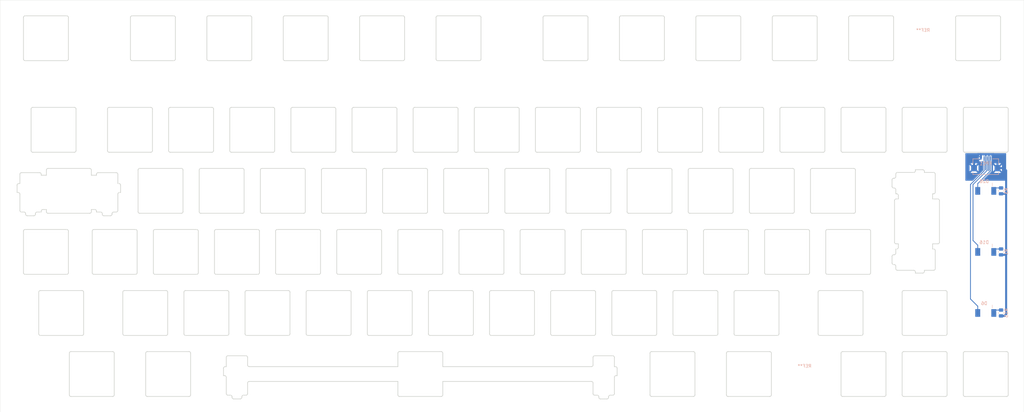
<source format=kicad_pcb>
(kicad_pcb (version 20240108) (generator "pcbnew") (generator_version "8.0")
  (layers (0 "F.Cu" signal) (31 "B.Cu" signal) (34 "B.Paste" user) (35 "F.Paste" user) (36 "B.SilkS" user "B.Silkscreen") (37 "F.SilkS" user "F.Silkscreen") (38 "B.Mask" user) (39 "F.Mask" user) (44 "Edge.Cuts" user))
  (net 0 "")
  (net 1 "GND")
  (net 2 "Net-(D6-A)")
  (net 3 "Net-(D16-A)")
  (net 4 "Net-(D26-A)")
  (net 5 "Net-(D6-K)")
  (net 6 "Net-(D16-K)")
  (net 7 "Net-(D26-K)")
  (footprint "Resistor_SMD:R_0805_2012Metric" (layer "B.Cu") (at 336.55 90.4875 90)
    (property "Reference" "R1")
    (property "Value" "1k")
  )
  (footprint "Frooastboard Footprints:Reference_Hole_3mm" (layer "B.Cu") (at 275.828125 128.5875 180)
    (property "Reference" "REF**")
    (property "Value" "Reference_Hole_3mm")
  )
  (footprint "Frooastboard Footprints:LED_RGB_SMD_6028_Reverse" (layer "B.Cu") (at 331.7875 71.4375 180)
    (property "Reference" "D26")
    (property "Value" "ST_LED1")
  )
  (footprint "AFA24-SXXFIA-HF:FPC-SMD_4P-P1.00_AFA24-S04FIA-HF" (layer "B.Cu") (at 331.7875 61.1875 180)
    (property "Reference" "FPC1")
    (property "Value" "AFA24-S04FIA-HF")
  )
  (footprint "Resistor_SMD:R_0805_2012Metric" (layer "B.Cu") (at 336.55 109.5375 90)
    (property "Reference" "R15")
    (property "Value" "1k")
  )
  (footprint "Frooastboard Footprints:Reference_Hole_3mm" (layer "B.Cu") (at 312.7375 23.8125 180)
    (property "Reference" "REF**")
    (property "Value" "Reference_Hole_3mm")
  )
  (footprint "Frooastboard Footprints:LED_RGB_SMD_6028_Reverse" (layer "B.Cu") (at 331.7875 90.4875 180)
    (property "Reference" "D16")
    (property "Value" "ST_LED2")
  )
  (footprint "Resistor_SMD:R_0805_2012Metric" (layer "B.Cu") (at 336.55 71.4375 90)
    (property "Reference" "R3")
    (property "Value" "1k")
  )
  (footprint "Frooastboard Footprints:LED_RGB_SMD_6028_Reverse" (layer "B.Cu") (at 331.7875 109.5375 180)
    (property "Reference" "D6")
    (property "Value" "ST_LED3")
  )
  (gr_line (start 253.85005 102.5375) (end 266.85005 102.5375) (stroke (width 0.2)) (layer "Edge.Cuts"))
  (gr_arc (start 143.81255 64.9375) (mid 143.958997 64.583947) (end 144.31255 64.4375) (stroke (width 0.2)) (layer "Edge.Cuts"))
  (gr_line (start 32.3938 83.4875) (end 45.39375 83.4875) (stroke (width 0.2)) (layer "Edge.Cuts"))
  (gr_arc (start 149.07505 97.4875) (mid 148.721497 97.341053) (end 148.57505 96.9875) (stroke (width 0.2)) (layer "Edge.Cuts"))
  (gr_line (start 214.96255 64.9375) (end 214.96255 77.9375) (stroke (width 0.2)) (layer "Edge.Cuts"))
  (gr_arc (start 100.16255 64.4375) (mid 100.516103 64.583947) (end 100.66255 64.9375) (stroke (width 0.2)) (layer "Edge.Cuts"))
  (gr_line (start 119.71255 64.9375) (end 119.71255 77.9375) (stroke (width 0.2)) (layer "Edge.Cuts"))
  (gr_arc (start 265.2563 17.3125) (mid 265.40275 16.958964) (end 265.7563 16.8125) (stroke (width 0.2)) (layer "Edge.Cuts"))
  (gr_line (start 86.66255 64.9375) (end 86.66255 77.9375) (stroke (width 0.2)) (layer "Edge.Cuts"))
  (gr_line (start 324.78755 45.8875) (end 324.78755 58.8875) (stroke (width 0.2)) (layer "Edge.Cuts"))
  (gr_line (start 101.45005 116.5375) (end 114.45005 116.5375) (stroke (width 0.2)) (layer "Edge.Cuts"))
  (gr_line (start 304.0397 89.5731) (end 303.7523 89.5731) (stroke (width 0.2)) (layer "Edge.Cuts"))
  (gr_arc (start 138.76255 77.9375) (mid 138.616103 78.291053) (end 138.26255 78.4375) (stroke (width 0.2)) (layer "Edge.Cuts"))
  (gr_line (start 89.0438 17.3125) (end 89.0438 30.3194) (stroke (width 0.2)) (layer "Edge.Cuts"))
  (gr_line (start 315.5459 72.3519) (end 315.2331 72.3519) (stroke (width 0.2)) (layer "Edge.Cuts"))
  (gr_line (start 162.57505 130.8875) (end 162.57505 135.0875) (stroke (width 0.2)) (layer "Edge.Cuts"))
  (gr_arc (start 247.80005 102.5375) (mid 248.153603 102.683947) (end 248.30005 103.0375) (stroke (width 0.2)) (layer "Edge.Cuts"))
  (gr_line (start 34.77505 45.3875) (end 47.77505 45.3875) (stroke (width 0.2)) (layer "Edge.Cuts"))
  (gr_line (start 29.90855 71.9455) (end 29.90855 69.6515) (stroke (width 0.2)) (layer "Edge.Cuts"))
  (gr_arc (start 148.28755 58.8875) (mid 148.141103 59.241053) (end 147.78755 59.3875) (stroke (width 0.2)) (layer "Edge.Cuts"))
  (gr_line (start 24.60625 140.49375) (end 24.60625 11.90625) (stroke (width 0.05)) (layer "Edge.Cuts"))
  (gr_arc (start 61.30295 77.5415) (mid 61.156503 77.895053) (end 60.80295 78.0415) (stroke (width 0.2)) (layer "Edge.Cuts"))
  (gr_arc (start 100.66255 77.9375) (mid 100.516103 78.291053) (end 100.16255 78.4375) (stroke (width 0.2)) (layer "Edge.Cuts"))
  (gr_line (start 224.77505 83.9875) (end 224.77505 96.9875) (stroke (width 0.2)) (layer "Edge.Cuts"))
  (gr_arc (start 316.0459 95.7279) (mid 315.89945 96.081436) (end 315.5459 96.2279) (stroke (width 0.2)) (layer "Edge.Cuts"))
  (gr_line (start 32.3938 97.4875) (end 45.3938 97.4875) (stroke (width 0.2)) (layer "Edge.Cuts"))
  (gr_line (start 77.63755 59.3875) (end 90.63755 59.3875) (stroke (width 0.2)) (layer "Edge.Cuts"))
  (gr_line (start 319.73755 103.0375) (end 319.73755 116.0375) (stroke (width 0.2)) (layer "Edge.Cuts"))
  (gr_line (start 287.18755 45.3875) (end 300.18755 45.3875) (stroke (width 0.2)) (layer "Edge.Cuts"))
  (gr_arc (start 248.30005 116.0375) (mid 248.153603 116.391053) (end 247.80005 116.5375) (stroke (width 0.2)) (layer "Edge.Cuts"))
  (gr_arc (start 338.78755 135.0875) (mid 338.641103 135.441053) (end 338.28755 135.5875) (stroke (width 0.2)) (layer "Edge.Cuts"))
  (gr_arc (start 89.54395 30.8125) (mid 89.192774 30.668496) (end 89.0438 30.3194) (stroke (width 0.2)) (layer "Edge.Cuts"))
  (gr_arc (start 78.73125 16.8125) (mid 79.087336 16.961514) (end 79.2313 17.319671) (stroke (width 0.2)) (layer "Edge.Cuts"))
  (gr_line (start 304.2523 65.6971) (end 309.3483 65.6971) (stroke (width 0.2)) (layer "Edge.Cuts"))
  (gr_line (start 31.8938 17.3125) (end 31.8938 30.3125) (stroke (width 0.2)) (layer "Edge.Cuts"))
  (gr_arc (start 338.28755 121.5875) (mid 338.641103 121.733947) (end 338.78755 122.0875) (stroke (width 0.2)) (layer "Edge.Cuts"))
  (gr_line (start 306.23755 45.3875) (end 319.23755 45.3875) (stroke (width 0.2)) (layer "Edge.Cuts"))
  (gr_line (start 32.3938 30.8125) (end 45.3938 30.8125) (stroke (width 0.2)) (layer "Edge.Cuts"))
  (gr_line (start 39.03755 64.9375) (end 39.03755 66.5607) (stroke (width 0.2)) (layer "Edge.Cuts"))
  (gr_arc (start 54.14815 77.2541) (mid 54.501703 77.400547) (end 54.64815 77.7541) (stroke (width 0.2)) (layer "Edge.Cuts"))
  (gr_line (start 101.75245 123.3979) (end 101.75245 125.7875) (stroke (width 0.2)) (layer "Edge.Cuts"))
  (gr_arc (start 305.73755 103.0375) (mid 305.883997 102.683947) (end 306.23755 102.5375) (stroke (width 0.2)) (layer "Edge.Cuts"))
  (gr_arc (start 35.62355 78.5415) (mid 35.769997 78.187947) (end 36.12355 78.0415) (stroke (width 0.2)) (layer "Edge.Cuts"))
  (gr_arc (start 30.27215 71.9455) (mid 30.625703 72.091947) (end 30.77215 72.4455) (stroke (width 0.2)) (layer "Edge.Cuts"))
  (gr_arc (start 266.85005 102.5375) (mid 267.203603 102.683947) (end 267.35005 103.0375) (stroke (width 0.2)) (layer "Edge.Cuts"))
  (gr_line (start 56.95155 79.2099) (end 58.99955 79.2099) (stroke (width 0.2)) (layer "Edge.Cuts"))
  (gr_line (start 89.54395 30.8125) (end 102.5438 30.8125) (stroke (width 0.2)) (layer "Edge.Cuts"))
  (gr_line (start 312.6423 96.2279) (end 315.5459 96.2279) (stroke (width 0.2)) (layer "Edge.Cuts"))
  (gr_line (start 239.56255 78.4375) (end 252.56255 78.4375) (stroke (width 0.2)) (layer "Edge.Cuts"))
  (gr_line (start 153.05005 103.0375) (end 153.05005 116.0375) (stroke (width 0.2)) (layer "Edge.Cuts"))
  (gr_line (start 265.2563 17.3125) (end 265.2563 30.3194) (stroke (width 0.2)) (layer "Edge.Cuts"))
  (gr_line (start 125.26255 64.4375) (end 138.26255 64.4375) (stroke (width 0.2)) (layer "Edge.Cuts"))
  (gr_line (start 136.6688 17.3125) (end 136.6688 30.3194) (stroke (width 0.2)) (layer "Edge.Cuts"))
  (gr_arc (start 176.86255 77.9375) (mid 176.716103 78.291053) (end 176.36255 78.4375) (stroke (width 0.2)) (layer "Edge.Cuts"))
  (gr_line (start 218.13135 30.8125) (end 231.1313 30.8125) (stroke (width 0.2)) (layer "Edge.Cuts"))
  (gr_line (start 241.1563 122.094671) (end 241.1563 135.0875) (stroke (width 0.2)) (layer "Edge.Cuts"))
  (gr_line (start 177.65005 102.5375) (end 190.65005 102.5375) (stroke (width 0.2)) (layer "Edge.Cuts"))
  (gr_arc (start 219.72505 96.9875) (mid 219.578603 97.341053) (end 219.22505 97.4875) (stroke (width 0.2)) (layer "Edge.Cuts"))
  (gr_arc (start 53.03755 77.9375) (mid 52.891103 78.291053) (end 52.53755 78.4375) (stroke (width 0.2)) (layer "Edge.Cuts"))
  (gr_line (start 194.3188 16.8125) (end 207.31865 16.8125) (stroke (width 0.2)) (layer "Edge.Cuts"))
  (gr_line (start 238.77505 83.9875) (end 238.77505 96.9875) (stroke (width 0.2)) (layer "Edge.Cuts"))
  (gr_arc (start 335.90625 16.8125) (mid 336.262336 16.961514) (end 336.4063 17.319671) (stroke (width 0.2)) (layer "Edge.Cuts"))
  (gr_line (start 95.59765 122.8979) (end 101.25245 122.8979) (stroke (width 0.2)) (layer "Edge.Cuts"))
  (gr_arc (start 65.73135 30.8125) (mid 65.380239 30.668461) (end 65.2313 30.3194) (stroke (width 0.2)) (layer "Edge.Cuts"))
  (gr_arc (start 153.83755 59.3875) (mid 153.483997 59.241053) (end 153.33755 58.8875) (stroke (width 0.2)) (layer "Edge.Cuts"))
  (gr_line (start 258.61255 64.4375) (end 271.61255 64.4375) (stroke (width 0.2)) (layer "Edge.Cuts"))
  (gr_arc (start 303.25215 94.4245) (mid 303.608301 94.573478) (end 303.7523 94.931671) (stroke (width 0.2)) (layer "Edge.Cuts"))
  (gr_line (start 241.4438 17.3125) (end 241.4438 30.3194) (stroke (width 0.2)) (layer "Edge.Cuts"))
  (gr_line (start 187.17505 97.4875) (end 200.17505 97.4875) (stroke (width 0.2)) (layer "Edge.Cuts"))
  (gr_line (start 37.42695 77.7541) (end 37.42695 78.0415) (stroke (width 0.2)) (layer "Edge.Cuts"))
  (gr_arc (start 81.90005 103.0375) (mid 82.046497 102.683947) (end 82.40005 102.5375) (stroke (width 0.2)) (layer "Edge.Cuts"))
  (gr_arc (start 89.0438 17.3125) (mid 89.19025 16.958964) (end 89.5438 16.8125) (stroke (width 0.2)) (layer "Edge.Cuts"))
  (gr_arc (start 234.80005 116.5375) (mid 234.446497 116.391053) (end 234.30005 116.0375) (stroke (width 0.2)) (layer "Edge.Cuts"))
  (gr_arc (start 281.13755 45.3875) (mid 281.491103 45.533947) (end 281.63755 45.8875) (stroke (width 0.2)) (layer "Edge.Cuts"))
  (gr_line (start 244.32505 83.4875) (end 257.32505 83.4875) (stroke (width 0.2)) (layer "Edge.Cuts"))
  (gr_line (start 306.23755 59.3875) (end 319.23755 59.3875) (stroke (width 0.2)) (layer "Edge.Cuts"))
  (gr_arc (start 295.42505 83.4875) (mid 295.778603 83.633947) (end 295.92505 83.9875) (stroke (width 0.2)) (layer "Edge.Cuts"))
  (gr_line (start 148.57505 130.8875) (end 102.25245 130.8875) (stroke (width 0.2)) (layer "Edge.Cuts"))
  (gr_arc (start 157.81255 77.9375) (mid 157.666103 78.291053) (end 157.31255 78.4375) (stroke (width 0.2)) (layer "Edge.Cuts"))
  (gr_line (start 130.02505 97.4875) (end 143.02505 97.4875) (stroke (width 0.2)) (layer "Edge.Cuts"))
  (gr_arc (start 102.54375 16.8125) (mid 102.899836 16.961514) (end 103.0438 17.319671) (stroke (width 0.2)) (layer "Edge.Cuts"))
  (gr_line (start 100.66255 64.9375) (end 100.66255 77.9375) (stroke (width 0.2)) (layer "Edge.Cuts"))
  (gr_line (start 54.64815 78.0415) (end 55.95155 78.0415) (stroke (width 0.2)) (layer "Edge.Cuts"))
  (gr_arc (start 65.2313 17.3125) (mid 65.37775 16.958964) (end 65.7313 16.8125) (stroke (width 0.2)) (layer "Edge.Cuts"))
  (gr_line (start 53.82505 97.4875) (end 66.82505 97.4875) (stroke (width 0.2)) (layer "Edge.Cuts"))
  (gr_arc (start 265.75635 30.8125) (mid 265.405239 30.668461) (end 265.2563 30.3194) (stroke (width 0.2)) (layer "Edge.Cuts"))
  (gr_arc (start 286.68755 122.0875) (mid 286.833997 121.733947) (end 287.18755 121.5875) (stroke (width 0.2)) (layer "Edge.Cuts"))
  (gr_arc (start 172.38755 45.8875) (mid 172.533997 45.533947) (end 172.88755 45.3875) (stroke (width 0.2)) (layer "Edge.Cuts"))
  (gr_arc (start 303.0688 30.3125) (mid 302.92235 30.666036) (end 302.5688 30.8125) (stroke (width 0.2)) (layer "Edge.Cuts"))
  (gr_line (start 201.46255 64.4375) (end 214.46255 64.4375) (stroke (width 0.2)) (layer "Edge.Cuts"))
  (gr_line (start 45.8938 83.994671) (end 45.8938 96.9875) (stroke (width 0.2)) (layer "Edge.Cuts"))
  (gr_arc (start 187.17505 97.4875) (mid 186.821497 97.341053) (end 186.67505 96.9875) (stroke (width 0.2)) (layer "Edge.Cuts"))
  (gr_arc (start 312.14225 64.8335) (mid 312.498336 64.982514) (end 312.6423 65.340671) (stroke (width 0.2)) (layer "Edge.Cuts"))
  (gr_line (start 227.6563 121.5875) (end 240.65625 121.5875) (stroke (width 0.2)) (layer "Edge.Cuts"))
  (gr_arc (start 254.94365 16.8125) (mid 255.299801 16.961478) (end 255.4438 17.319671) (stroke (width 0.2)) (layer "Edge.Cuts"))
  (gr_arc (start 110.47505 83.9875) (mid 110.621497 83.633947) (end 110.97505 83.4875) (stroke (width 0.2)) (layer "Edge.Cuts"))
  (gr_line (start 305.73755 45.8875) (end 305.73755 58.8875) (stroke (width 0.2)) (layer "Edge.Cuts"))
  (gr_line (start 59.49955 78.7099) (end 59.49955 78.5415) (stroke (width 0.2)) (layer "Edge.Cuts"))
  (gr_arc (start 83.9938 135.0875) (mid 83.84735 135.441036) (end 83.4938 135.5875) (stroke (width 0.2)) (layer "Edge.Cuts"))
  (gr_arc (start 282.42505 97.4875) (mid 282.071497 97.341053) (end 281.92505 96.9875) (stroke (width 0.2)) (layer "Edge.Cuts"))
  (gr_arc (start 101.25245 122.8979) (mid 101.606003 123.044347) (end 101.75245 123.3979) (stroke (width 0.2)) (layer "Edge.Cuts"))
  (gr_line (start 144.31255 64.4375) (end 157.31255 64.4375) (stroke (width 0.2)) (layer "Edge.Cuts"))
  (gr_line (start 35.62355 78.5415) (end 35.62355 78.7099) (stroke (width 0.2)) (layer "Edge.Cuts"))
  (gr_arc (start 138.26255 64.4375) (mid 138.616103 64.583947) (end 138.76255 64.9375) (stroke (width 0.2)) (layer "Edge.Cuts"))
  (gr_line (start 300.68755 45.8875) (end 300.68755 58.8875) (stroke (width 0.2)) (layer "Edge.Cuts"))
  (gr_line (start 215.75005 116.5375) (end 228.75005 116.5375) (stroke (width 0.2)) (layer "Edge.Cuts"))
  (gr_arc (start 105.71255 64.9375) (mid 105.858997 64.583947) (end 106.21255 64.4375) (stroke (width 0.2)) (layer "Edge.Cuts"))
  (gr_line (start 279.5438 103.0375) (end 279.5438 116.0444) (stroke (width 0.2)) (layer "Edge.Cuts"))
  (gr_arc (start 158.60005 116.5375) (mid 158.246497 116.391053) (end 158.10005 116.0375) (stroke (width 0.2)) (layer "Edge.Cuts"))
  (gr_line (start 214.74905 135.1915) (end 215.55245 135.1915) (stroke (width 0.2)) (layer "Edge.Cuts"))
  (gr_arc (start 258.11255 64.9375) (mid 258.258997 64.583947) (end 258.61255 64.4375) (stroke (width 0.2)) (layer "Edge.Cuts"))
  (gr_line (start 304.5397 73.9625) (end 303.8563 73.9625) (stroke (width 0.2)) (layer "Edge.Cuts"))
  (gr_arc (start 70.49385 135.5875) (mid 70.142739 135.443461) (end 69.9938 135.0944) (stroke (width 0.2)) (layer "Edge.Cuts"))
  (gr_line (start 309.8483 65.1971) (end 309.8483 64.8335) (stroke (width 0.2)) (layer "Edge.Cuts"))
  (gr_line (start 115.23755 45.8875) (end 115.23755 58.8875) (stroke (width 0.2)) (layer "Edge.Cuts"))
  (gr_arc (start 200.17505 83.4875) (mid 200.528603 83.633947) (end 200.67505 83.9875) (stroke (width 0.2)) (layer "Edge.Cuts"))
  (gr_line (start 309.8483 96.735071) (end 309.8483 97.0915) (stroke (width 0.2)) (layer "Edge.Cuts"))
  (gr_line (start 258.61255 78.4375) (end 271.61255 78.4375) (stroke (width 0.2)) (layer "Edge.Cuts"))
  (gr_arc (start 82.40005 116.5375) (mid 82.046497 116.391053) (end 81.90005 116.0375) (stroke (width 0.2)) (layer "Edge.Cuts"))
  (gr_arc (start 34.77505 59.3875) (mid 34.421497 59.241053) (end 34.27505 58.8875) (stroke (width 0.2)) (layer "Edge.Cuts"))
  (gr_line (start 182.41255 64.4375) (end 195.41255 64.4375) (stroke (width 0.2)) (layer "Edge.Cuts"))
  (gr_arc (start 205.43755 58.8875) (mid 205.291103 59.241053) (end 204.93755 59.3875) (stroke (width 0.2)) (layer "Edge.Cuts"))
  (gr_arc (start 32.07555 78.0415) (mid 32.429103 78.187947) (end 32.57555 78.5415) (stroke (width 0.2)) (layer "Edge.Cuts"))
  (gr_line (start 134.00005 103.0375) (end 134.00005 116.0375) (stroke (width 0.2)) (layer "Edge.Cuts"))
  (gr_line (start 68.11255 64.4375) (end 81.11255 64.4375) (stroke (width 0.2)) (layer "Edge.Cuts"))
  (gr_arc (start 271.61255 64.4375) (mid 271.966103 64.583947) (end 272.11255 64.9375) (stroke (width 0.2)) (layer "Edge.Cuts"))
  (gr_arc (start 304.5397 89.0731) (mid 304.39325 89.426636) (end 304.0397 89.5731) (stroke (width 0.2)) (layer "Edge.Cuts"))
  (gr_arc (start 147.78755 45.3875) (mid 148.141103 45.533947) (end 148.28755 45.8875) (stroke (width 0.2)) (layer "Edge.Cuts"))
  (gr_line (start 94.73405 126.3015) (end 95.09765 126.3015) (stroke (width 0.2)) (layer "Edge.Cuts"))
  (gr_arc (start 302.5839 68.0005) (mid 302.73035 67.646964) (end 303.0839 67.5005) (stroke (width 0.2)) (layer "Edge.Cuts"))
  (gr_line (start 207.8188 17.319671) (end 207.8188 30.3125) (stroke (width 0.2)) (layer "Edge.Cuts"))
  (gr_line (start 304.5397 87.9625) (end 303.85635 87.9625) (stroke (width 0.2)) (layer "Edge.Cuts"))
  (gr_line (start 215.75005 102.5375) (end 228.75005 102.5375) (stroke (width 0.2)) (layer "Edge.Cuts"))
  (gr_arc (start 60.1813 135.0875) (mid 60.03485 135.441036) (end 59.6813 135.5875) (stroke (width 0.2)) (layer "Edge.Cuts"))
  (gr_line (start 191.93755 59.3875) (end 204.93755 59.3875) (stroke (width 0.2)) (layer "Edge.Cuts"))
  (gr_line (start 181.62505 83.9875) (end 181.62505 96.9875) (stroke (width 0.2)) (layer "Edge.Cuts"))
  (gr_arc (start 137.16895 30.8125) (mid 136.817774 30.668496) (end 136.6688 30.3194) (stroke (width 0.2)) (layer "Edge.Cuts"))
  (gr_arc (start 230.03755 59.3875) (mid 229.683997 59.241053) (end 229.53755 58.8875) (stroke (width 0.2)) (layer "Edge.Cuts"))
  (gr_arc (start 306.23755 135.5875) (mid 305.883997 135.441053) (end 305.73755 135.0875) (stroke (width 0.2)) (layer "Edge.Cuts"))
  (gr_line (start 158.60005 116.5375) (end 171.60005 116.5375) (stroke (width 0.2)) (layer "Edge.Cuts"))
  (gr_arc (start 231.6313 30.3125) (mid 231.48485 30.666036) (end 231.1313 30.8125) (stroke (width 0.2)) (layer "Edge.Cuts"))
  (gr_arc (start 160.4813 17.3125) (mid 160.62775 16.958964) (end 160.9813 16.8125) (stroke (width 0.2)) (layer "Edge.Cuts"))
  (gr_line (start 230.03755 45.3875) (end 243.03755 45.3875) (stroke (width 0.2)) (layer "Edge.Cuts"))
  (gr_line (start 312.6423 65.340671) (end 312.6423 65.6971) (stroke (width 0.2)) (layer "Edge.Cuts"))
  (gr_arc (start 166.83755 45.3875) (mid 167.191103 45.533947) (end 167.33755 45.8875) (stroke (width 0.2)) (layer "Edge.Cuts"))
  (gr_line (start 160.4813 17.3125) (end 160.4813 30.3194) (stroke (width 0.2)) (layer "Edge.Cuts"))
  (gr_line (start 50.6563 103.044671) (end 50.6563 116.0375) (stroke (width 0.2)) (layer "Edge.Cuts"))
  (gr_line (start 87.16255 78.4375) (end 100.16255 78.4375) (stroke (width 0.2)) (layer "Edge.Cuts"))
  (gr_arc (start 190.65005 102.5375) (mid 191.003603 102.683947) (end 191.15005 103.0375) (stroke (width 0.2)) (layer "Edge.Cuts"))
  (gr_arc (start 55.95155 78.0415) (mid 56.305103 78.187947) (end 56.45155 78.5415) (stroke (width 0.2)) (layer "Edge.Cuts"))
  (gr_arc (start 201.46255 78.4375) (mid 201.108997 78.291053) (end 200.96255 77.9375) (stroke (width 0.2)) (layer "Edge.Cuts"))
  (gr_line (start 37.42695 66.5607) (end 39.03755 66.5607) (stroke (width 0.2)) (layer "Edge.Cuts"))
  (gr_arc (start 31.8938 83.9875) (mid 32.040247 83.633947) (end 32.3938 83.4875) (stroke (width 0.2)) (layer "Edge.Cuts"))
  (gr_arc (start 119.21255 64.4375) (mid 119.566103 64.583947) (end 119.71255 64.9375) (stroke (width 0.2)) (layer "Edge.Cuts"))
  (gr_line (start 217.6313 17.3125) (end 217.6313 30.3194) (stroke (width 0.2)) (layer "Edge.Cuts"))
  (gr_arc (start 272.11255 77.9375) (mid 271.966103 78.291053) (end 271.61255 78.4375) (stroke (width 0.2)) (layer "Edge.Cuts"))
  (gr_arc (start 315.54585 65.6971) (mid 315.901936 65.846114) (end 316.0459 66.204271) (stroke (width 0.2)) (layer "Edge.Cuts"))
  (gr_arc (start 158.10005 103.0375) (mid 158.246497 102.683947) (end 158.60005 102.5375) (stroke (width 0.2)) (layer "Edge.Cuts"))
  (gr_line (start 316.0459 66.204271) (end 316.0459 71.8519) (stroke (width 0.2)) (layer "Edge.Cuts"))
  (gr_arc (start 264.46865 121.5875) (mid 264.824801 121.736478) (end 264.9688 122.094671) (stroke (width 0.2)) (layer "Edge.Cuts"))
  (gr_line (start 60.1813 122.094671) (end 60.1813 135.0875) (stroke (width 0.2)) (layer "Edge.Cuts"))
  (gr_line (start 302.5839 91.8765) (end 302.5839 93.9314) (stroke (width 0.2)) (layer "Edge.Cuts"))
  (gr_arc (start 319.23755 121.5875) (mid 319.591103 121.733947) (end 319.73755 122.0875) (stroke (width 0.2)) (layer "Edge.Cuts"))
  (gr_arc (start 214.24905 135.6915) (mid 214.395497 135.337947) (end 214.74905 135.1915) (stroke (width 0.2)) (layer "Edge.Cuts"))
  (gr_line (start 220.01255 64.9375) (end 220.01255 77.9375) (stroke (width 0.2)) (layer "Edge.Cuts"))
  (gr_arc (start 59.49955 78.7099) (mid 59.353103 79.063453) (end 58.99955 79.2099) (stroke (width 0.2)) (layer "Edge.Cuts"))
  (gr_line (start 81.90005 103.0375) (end 81.90005 116.0375) (stroke (width 0.2)) (layer "Edge.Cuts"))
  (gr_line (start 125.26255 78.4375) (end 138.26255 78.4375) (stroke (width 0.2)) (layer "Edge.Cuts"))
  (gr_arc (start 239.56255 78.4375) (mid 239.208997 78.291053) (end 239.06255 77.9375) (stroke (width 0.2)) (layer "Edge.Cuts"))
  (gr_line (start 229.53755 45.8875) (end 229.53755 58.8875) (stroke (width 0.2)) (layer "Edge.Cuts"))
  (gr_arc (start 210.48755 45.8875) (mid 210.633997 45.533947) (end 210.98755 45.3875) (stroke (width 0.2)) (layer "Edge.Cuts"))
  (gr_arc (start 303.25215 70.5485) (mid 303.6033 70.692479) (end 303.7523 71.041529) (stroke (width 0.2)) (layer "Edge.Cuts"))
  (gr_line (start 251.46895 135.5875) (end 264.4688 135.5875) (stroke (width 0.2)) (layer "Edge.Cuts"))
  (gr_arc (start 204.93755 45.3875) (mid 205.291103 45.533947) (end 205.43755 45.8875) (stroke (width 0.2)) (layer "Edge.Cuts"))
  (gr_arc (start 102.25245 126.2875) (mid 101.898897 126.141053) (end 101.75245 125.7875) (stroke (width 0.2)) (layer "Edge.Cuts"))
  (gr_arc (start 168.12505 97.4875) (mid 167.771497 97.341053) (end 167.62505 96.9875) (stroke (width 0.2)) (layer "Edge.Cuts"))
  (gr_arc (start 77.13755 45.8875) (mid 77.283997 45.533947) (end 77.63755 45.3875) (stroke (width 0.2)) (layer "Edge.Cuts"))
  (gr_line (start 56.45155 78.5415) (end 56.45155 78.7099) (stroke (width 0.2)) (layer "Edge.Cuts"))
  (gr_line (start 72.37505 83.9875) (end 72.37505 96.9875) (stroke (width 0.2)) (layer "Edge.Cuts"))
  (gr_arc (start 96.68755 59.3875) (mid 96.333997 59.241053) (end 96.18755 58.8875) (stroke (width 0.2)) (layer "Edge.Cuts"))
  (gr_line (start 37.15645 116.5375) (end 50.1563 116.5375) (stroke (width 0.2)) (layer "Edge.Cuts"))
  (gr_arc (start 58.58755 59.3875) (mid 58.233997 59.241053) (end 58.08755 58.8875) (stroke (width 0.2)) (layer "Edge.Cuts"))
  (gr_arc (start 218.13135 30.8125) (mid 217.780239 30.668461) (end 217.6313 30.3194) (stroke (width 0.2)) (layer "Edge.Cuts"))
  (gr_arc (start 219.22505 83.4875) (mid 219.578603 83.633947) (end 219.72505 83.9875) (stroke (width 0.2)) (layer "Edge.Cuts"))
  (gr_line (start 282.42505 83.4875) (end 295.42505 83.4875) (stroke (width 0.2)) (layer "Edge.Cuts"))
  (gr_arc (start 229.25005 116.0375) (mid 229.103603 116.391053) (end 228.75005 116.5375) (stroke (width 0.2)) (layer "Edge.Cuts"))
  (gr_arc (start 243.53755 58.8875) (mid 243.391103 59.241053) (end 243.03755 59.3875) (stroke (width 0.2)) (layer "Edge.Cuts"))
  (gr_line (start 39.53755 78.4375) (end 52.53755 78.4375) (stroke (width 0.2)) (layer "Edge.Cuts"))
  (gr_line (start 267.63755 45.8875) (end 267.63755 58.8875) (stroke (width 0.2)) (layer "Edge.Cuts"))
  (gr_line (start 30.40855 69.1515) (end 30.77215 69.1515) (stroke (width 0.2)) (layer "Edge.Cuts"))
  (gr_arc (start 262.87505 83.9875) (mid 263.021497 83.633947) (end 263.37505 83.4875) (stroke (width 0.2)) (layer "Edge.Cuts"))
  (gr_arc (start 139.55005 116.5375) (mid 139.196497 116.391053) (end 139.05005 116.0375) (stroke (width 0.2)) (layer "Edge.Cuts"))
  (gr_line (start 182.41255 78.4375) (end 195.41255 78.4375) (stroke (width 0.2)) (layer "Edge.Cuts"))
  (gr_line (start 251.4688 121.5875) (end 264.46865 121.5875) (stroke (width 0.2)) (layer "Edge.Cuts"))
  (gr_arc (start 303.3563 74.4625) (mid 303.50275 74.108964) (end 303.8563 73.9625) (stroke (width 0.2)) (layer "Edge.Cuts"))
  (gr_line (start 343.69375 11.90625) (end 343.69375 140.49375) (stroke (width 0.05)) (layer "Edge.Cuts"))
  (gr_line (start 160.9813 16.8125) (end 173.98125 16.8125) (stroke (width 0.2)) (layer "Edge.Cuts"))
  (gr_line (start 239.56255 64.4375) (end 252.56255 64.4375) (stroke (width 0.2)) (layer "Edge.Cuts"))
  (gr_line (start 257.82505 83.9875) (end 257.82505 96.9875) (stroke (width 0.2)) (layer "Edge.Cuts"))
  (gr_line (start 315.2331 89.5731) (end 315.2331 87.9625) (stroke (width 0.2)) (layer "Edge.Cuts"))
  (gr_arc (start 309.34815 96.2279) (mid 309.704301 96.376878) (end 309.8483 96.735071) (stroke (width 0.2)) (layer "Edge.Cuts"))
  (gr_line (start 158.10005 103.0375) (end 158.10005 116.0375) (stroke (width 0.2)) (layer "Edge.Cuts"))
  (gr_arc (start 287.18755 59.3875) (mid 286.833997 59.241053) (end 286.68755 58.8875) (stroke (width 0.2)) (layer "Edge.Cuts"))
  (gr_arc (start 124.76255 64.9375) (mid 124.908997 64.583947) (end 125.26255 64.4375) (stroke (width 0.2)) (layer "Edge.Cuts"))
  (gr_line (start 277.16255 64.9375) (end 277.16255 77.9375) (stroke (width 0.2)) (layer "Edge.Cuts"))
  (gr_line (start 48.27505 45.8875) (end 48.27505 58.8875) (stroke (width 0.2)) (layer "Edge.Cuts"))
  (gr_arc (start 279.2563 30.3125) (mid 279.10985 30.666036) (end 278.7563 30.8125) (stroke (width 0.2)) (layer "Edge.Cuts"))
  (gr_line (start 302.5839 70.0414) (end 302.5839 68.0005) (stroke (width 0.2)) (layer "Edge.Cuts"))
  (gr_line (start 72.08755 45.8875) (end 72.08755 58.8875) (stroke (width 0.2)) (layer "Edge.Cuts"))
  (gr_line (start 200.96255 64.9375) (end 200.96255 77.9375) (stroke (width 0.2)) (layer "Edge.Cuts"))
  (gr_line (start 325.28755 45.3875) (end 338.28755 45.3875) (stroke (width 0.2)) (layer "Edge.Cuts"))
  (gr_line (start 324.78755 122.0875) (end 324.78755 135.0875) (stroke (width 0.2)) (layer "Edge.Cuts"))
  (gr_line (start 263.37505 83.4875) (end 276.37505 83.4875) (stroke (width 0.2)) (layer "Edge.Cuts"))
  (gr_line (start 316.85615 73.9625) (end 315.2331 73.9625) (stroke (width 0.2)) (layer "Edge.Cuts"))
  (gr_line (start 229.25005 103.0375) (end 229.25005 116.0375) (stroke (width 0.2)) (layer "Edge.Cuts"))
  (gr_line (start 215.25005 103.0375) (end 215.25005 116.0375) (stroke (width 0.2)) (layer "Edge.Cuts"))
  (gr_arc (start 281.92505 83.9875) (mid 282.071497 83.633947) (end 282.42505 83.4875) (stroke (width 0.2)) (layer "Edge.Cuts"))
  (gr_arc (start 293.04375 102.5375) (mid 293.399836 102.686514) (end 293.5438 103.044671) (stroke (width 0.2)) (layer "Edge.Cuts"))
  (gr_arc (start 241.1563 135.0875) (mid 241.00985 135.441036) (end 240.6563 135.5875) (stroke (width 0.2)) (layer "Edge.Cuts"))
  (gr_arc (start 224.48755 58.8875) (mid 224.341103 59.241053) (end 223.98755 59.3875) (stroke (width 0.2)) (layer "Edge.Cuts"))
  (gr_line (start 201.46255 78.4375) (end 214.46255 78.4375) (stroke (width 0.2)) (layer "Edge.Cuts"))
  (gr_line (start 315.2331 72.3519) (end 315.2331 73.9625) (stroke (width 0.2)) (layer "Edge.Cuts"))
  (gr_arc (start 280.04395 116.5375) (mid 279.692774 116.393496) (end 279.5438 116.0444) (stroke (width 0.2)) (layer "Edge.Cuts"))
  (gr_arc (start 276.37505 83.4875) (mid 276.728603 83.633947) (end 276.87505 83.9875) (stroke (width 0.2)) (layer "Edge.Cuts"))
  (gr_line (start 177.15005 103.0375) (end 177.15005 116.0375) (stroke (width 0.2)) (layer "Edge.Cuts"))
  (gr_line (start 37.42695 78.0415) (end 36.12355 78.0415) (stroke (width 0.2)) (layer "Edge.Cuts"))
  (gr_line (start 216.55245 129.0955) (end 216.91605 129.0955) (stroke (width 0.2)) (layer "Edge.Cuts"))
  (gr_line (start 325.28755 135.5875) (end 338.28755 135.5875) (stroke (width 0.2)) (layer "Edge.Cuts"))
  (gr_arc (start 79.2313 30.3125) (mid 79.08485 30.666036) (end 78.7313 30.8125) (stroke (width 0.2)) (layer "Edge.Cuts"))
  (gr_arc (start 181.12505 83.4875) (mid 181.478603 83.633947) (end 181.62505 83.9875) (stroke (width 0.2)) (layer "Edge.Cuts"))
  (gr_line (start 287.18755 59.3875) (end 300.18755 59.3875) (stroke (width 0.2)) (layer "Edge.Cuts"))
  (gr_arc (start 134.00005 116.0375) (mid 133.853603 116.391053) (end 133.50005 116.5375) (stroke (width 0.2)) (layer "Edge.Cuts"))
  (gr_line (start 325.28755 59.3875) (end 338.28755 59.3875) (stroke (width 0.2)) (layer "Edge.Cuts"))
  (gr_line (start 295.92505 83.9875) (end 295.92505 96.9875) (stroke (width 0.2)) (layer "Edge.Cuts"))
  (gr_line (start 282.42505 97.4875) (end 295.42505 97.4875) (stroke (width 0.2)) (layer "Edge.Cuts"))
  (gr_arc (start 258.61255 78.4375) (mid 258.258997 78.291053) (end 258.11255 77.9375) (stroke (width 0.2)) (layer "Edge.Cuts"))
  (gr_line (start 312.6423 65.6971) (end 315.54585 65.6971) (stroke (width 0.2)) (layer "Edge.Cuts"))
  (gr_line (start 113.3563 16.8125) (end 126.35615 16.8125) (stroke (width 0.2)) (layer "Edge.Cuts"))
  (gr_line (start 34.77505 59.3875) (end 47.77505 59.3875) (stroke (width 0.2)) (layer "Edge.Cuts"))
  (gr_arc (start 68.11255 78.4375) (mid 67.758997 78.291053) (end 67.61255 77.9375) (stroke (width 0.2)) (layer "Edge.Cuts"))
  (gr_line (start 316.0459 95.7279) (end 316.0459 90.066129) (stroke (width 0.2)) (layer "Edge.Cuts"))
  (gr_arc (start 54.64815 66.2479) (mid 54.794597 65.894347) (end 55.14815 65.7479) (stroke (width 0.2)) (layer "Edge.Cuts"))
  (gr_arc (start 195.91255 77.9375) (mid 195.766103 78.291053) (end 195.41255 78.4375) (stroke (width 0.2)) (layer "Edge.Cuts"))
  (gr_arc (start 106.21255 78.4375) (mid 105.858997 78.291053) (end 105.71255 77.9375) (stroke (width 0.2)) (layer "Edge.Cuts"))
  (gr_arc (start 253.85005 116.5375) (mid 253.496497 116.391053) (end 253.35005 116.0375) (stroke (width 0.2)) (layer "Edge.Cuts"))
  (gr_line (start 336.4063 17.319671) (end 336.4063 30.3125) (stroke (width 0.2)) (layer "Edge.Cuts"))
  (gr_arc (start 34.27505 45.8875) (mid 34.421497 45.533947) (end 34.77505 45.3875) (stroke (width 0.2)) (layer "Edge.Cuts"))
  (gr_line (start 30.27215 71.9455) (end 29.90855 71.9455) (stroke (width 0.2)) (layer "Edge.Cuts"))
  (gr_line (start 34.27505 45.8875) (end 34.27505 58.8875) (stroke (width 0.2)) (layer "Edge.Cuts"))
  (gr_line (start 196.70005 116.5375) (end 209.70005 116.5375) (stroke (width 0.2)) (layer "Edge.Cuts"))
  (gr_line (start 148.57505 130.8875) (end 148.57505 135.0875) (stroke (width 0.2)) (layer "Edge.Cuts"))
  (gr_arc (start 101.75245 134.6915) (mid 101.606003 135.045053) (end 101.25245 135.1915) (stroke (width 0.2)) (layer "Edge.Cuts"))
  (gr_arc (start 167.33755 58.8875) (mid 167.191103 59.241053) (end 166.83755 59.3875) (stroke (width 0.2)) (layer "Edge.Cuts"))
  (gr_line (start 153.83755 45.3875) (end 166.83755 45.3875) (stroke (width 0.2)) (layer "Edge.Cuts"))
  (gr_arc (start 251.46895 135.5875) (mid 251.117774 135.443496) (end 250.9688 135.0944) (stroke (width 0.2)) (layer "Edge.Cuts"))
  (gr_arc (start 248.58755 45.8875) (mid 248.733997 45.533947) (end 249.08755 45.3875) (stroke (width 0.2)) (layer "Edge.Cuts"))
  (gr_line (start 53.03755 64.9375) (end 53.03755 66.5607) (stroke (width 0.2)) (layer "Edge.Cuts"))
  (gr_line (start 214.24905 135.8599) (end 214.24905 135.6915) (stroke (width 0.2)) (layer "Edge.Cuts"))
  (gr_arc (start 134.78755 59.3875) (mid 134.433997 59.241053) (end 134.28755 58.8875) (stroke (width 0.2)) (layer "Edge.Cuts"))
  (gr_line (start 196.70005 102.5375) (end 209.70005 102.5375) (stroke (width 0.2)) (layer "Edge.Cuts"))
  (gr_line (start 130.02505 83.4875) (end 143.02505 83.4875) (stroke (width 0.2)) (layer "Edge.Cuts"))
  (gr_line (start 31.8938 83.9875) (end 31.8938 96.9875) (stroke (width 0.2)) (layer "Edge.Cuts"))
  (gr_arc (start 162.86255 64.9375) (mid 163.008997 64.583947) (end 163.36255 64.4375) (stroke (width 0.2)) (layer "Edge.Cuts"))
  (gr_line (start 53.32505 83.9875) (end 53.32505 96.9875) (stroke (width 0.2)) (layer "Edge.Cuts"))
  (gr_line (start 248.30005 103.0375) (end 248.30005 116.0375) (stroke (width 0.2)) (layer "Edge.Cuts"))
  (gr_line (start 148.57505 122.0875) (end 148.57505 126.2875) (stroke (width 0.2)) (layer "Edge.Cuts"))
  (gr_arc (start 176.36255 64.4375) (mid 176.716103 64.583947) (end 176.86255 64.9375) (stroke (width 0.2)) (layer "Edge.Cuts"))
  (gr_line (start 305.73755 103.0375) (end 305.73755 116.0375) (stroke (width 0.2)) (layer "Edge.Cuts"))
  (gr_arc (start 119.71255 77.9375) (mid 119.566103 78.291053) (end 119.21255 78.4375) (stroke (width 0.2)) (layer "Edge.Cuts"))
  (gr_line (start 87.16255 64.4375) (end 100.16255 64.4375) (stroke (width 0.2)) (layer "Edge.Cuts"))
  (gr_arc (start 97.40105 136.3599) (mid 97.047497 136.213453) (end 96.90105 135.8599) (stroke (width 0.2)) (layer "Edge.Cuts"))
  (gr_arc (start 214.24905 135.8599) (mid 214.102603 136.213453) (end 213.74905 136.3599) (stroke (width 0.2)) (layer "Edge.Cuts"))
  (gr_arc (start 278.75625 16.8125) (mid 279.112336 16.961514) (end 279.2563 17.319671) (stroke (width 0.2)) (layer "Edge.Cuts"))
  (gr_arc (start 126.35615 16.8125) (mid 126.712301 16.961478) (end 126.8563 17.319671) (stroke (width 0.2)) (layer "Edge.Cuts"))
  (gr_line (start 129.52505 83.9875) (end 129.52505 96.9875) (stroke (width 0.2)) (layer "Edge.Cuts"))
  (gr_line (start 206.22505 83.4875) (end 219.22505 83.4875) (stroke (width 0.2)) (layer "Edge.Cuts"))
  (gr_line (start 220.51255 78.4375) (end 233.51255 78.4375) (stroke (width 0.2)) (layer "Edge.Cuts"))
  (gr_line (start 58.08755 45.8875) (end 58.08755 58.8875) (stroke (width 0.2)) (layer "Edge.Cuts"))
  (gr_line (start 106.21255 78.4375) (end 119.21255 78.4375) (stroke (width 0.2)) (layer "Edge.Cuts"))
  (gr_arc (start 96.40105 135.1915) (mid 96.754603 135.337947) (end 96.90105 135.6915) (stroke (width 0.2)) (layer "Edge.Cuts"))
  (gr_line (start 291.16255 64.9375) (end 291.16255 77.9375) (stroke (width 0.2)) (layer "Edge.Cuts"))
  (gr_arc (start 304.25235 96.2279) (mid 303.901239 96.083861) (end 303.7523 95.7348) (stroke (width 0.2)) (layer "Edge.Cuts"))
  (gr_line (start 268.13755 59.3875) (end 281.13755 59.3875) (stroke (width 0.2)) (layer "Edge.Cuts"))
  (gr_arc (start 209.89765 135.1915) (mid 209.544097 135.045053) (end 209.39765 134.6915) (stroke (width 0.2)) (layer "Edge.Cuts"))
  (gr_arc (start 59.68125 121.5875) (mid 60.037336 121.736514) (end 60.1813 122.094671) (stroke (width 0.2)) (layer "Edge.Cuts"))
  (gr_line (start 303.7523 89.5731) (end 303.7523 90.8765) (stroke (width 0.2)) (layer "Edge.Cuts"))
  (gr_arc (start 216.05245 129.5955) (mid 216.198897 129.241947) (end 216.55245 129.0955) (stroke (width 0.2)) (layer "Edge.Cuts"))
  (gr_line (start 253.06255 64.9375) (end 253.06255 77.9375) (stroke (width 0.2)) (layer "Edge.Cuts"))
  (gr_arc (start 62.85005 103.0375) (mid 62.996497 102.683947) (end 63.35005 102.5375) (stroke (width 0.2)) (layer "Edge.Cuts"))
  (gr_arc (start 279.5438 103.0375) (mid 279.69025 102.683964) (end 280.0438 102.5375) (stroke (width 0.2)) (layer "Edge.Cuts"))
  (gr_arc (start 281.63755 58.8875) (mid 281.491103 59.241053) (end 281.13755 59.3875) (stroke (width 0.2)) (layer "Edge.Cuts"))
  (gr_line (start 120.50005 102.5375) (end 133.50005 102.5375) (stroke (width 0.2)) (layer "Edge.Cuts"))
  (gr_arc (start 86.37505 96.9875) (mid 86.228603 97.341053) (end 85.87505 97.4875) (stroke (width 0.2)) (layer "Edge.Cuts"))
  (gr_line (start 37.15627 102.5375) (end 50.15615 102.5375) (stroke (width 0.2)) (layer "Edge.Cuts"))
  (gr_arc (start 209.70005 102.5375) (mid 210.053603 102.683947) (end 210.20005 103.0375) (stroke (width 0.2)) (layer "Edge.Cuts"))
  (gr_arc (start 95.59765 135.1915) (mid 95.244097 135.045053) (end 95.09765 134.6915) (stroke (width 0.2)) (layer "Edge.Cuts"))
  (gr_line (start 115.73755 59.3875) (end 128.73755 59.3875) (stroke (width 0.2)) (layer "Edge.Cuts"))
  (gr_arc (start 66.82505 83.4875) (mid 67.178603 83.633947) (end 67.32505 83.9875) (stroke (width 0.2)) (layer "Edge.Cuts"))
  (gr_line (start 89.5438 16.8125) (end 102.54375 16.8125) (stroke (width 0.2)) (layer "Edge.Cuts"))
  (gr_arc (start 229.53755 45.8875) (mid 229.683997 45.533947) (end 230.03755 45.3875) (stroke (width 0.2)) (layer "Edge.Cuts"))
  (gr_line (start 234.80005 102.5375) (end 247.80005 102.5375) (stroke (width 0.2)) (layer "Edge.Cuts"))
  (gr_line (start 250.9688 122.0875) (end 250.9688 135.0944) (stroke (width 0.2)) (layer "Edge.Cuts"))
  (gr_arc (start 319.73755 135.0875) (mid 319.591103 135.441053) (end 319.23755 135.5875) (stroke (width 0.2)) (layer "Edge.Cuts"))
  (gr_arc (start 210.98755 59.3875) (mid 210.633997 59.241053) (end 210.48755 58.8875) (stroke (width 0.2)) (layer "Edge.Cuts"))
  (gr_arc (start 162.57505 135.0875) (mid 162.428603 135.441053) (end 162.07505 135.5875) (stroke (width 0.2)) (layer "Edge.Cuts"))
  (gr_line (start 209.39765 131.3875) (end 209.39765 134.6915) (stroke (width 0.2)) (layer "Edge.Cuts"))
  (gr_line (start 280.0438 102.5375) (end 293.04375 102.5375) (stroke (width 0.2)) (layer "Edge.Cuts"))
  (gr_line (start 210.98755 45.3875) (end 223.98755 45.3875) (stroke (width 0.2)) (layer "Edge.Cuts"))
  (gr_line (start 106.21255 64.4375) (end 119.21255 64.4375) (stroke (width 0.2)) (layer "Edge.Cuts"))
  (gr_line (start 225.27505 97.4875) (end 238.27505 97.4875) (stroke (width 0.2)) (layer "Edge.Cuts"))
  (gr_line (start 101.45005 102.5375) (end 114.45005 102.5375) (stroke (width 0.2)) (layer "Edge.Cuts"))
  (gr_line (start 59.99955 78.0415) (end 60.80295 78.0415) (stroke (width 0.2)) (layer "Edge.Cuts"))
  (gr_arc (start 241.94395 30.8125) (mid 241.592774 30.668496) (end 241.4438 30.3194) (stroke (width 0.2)) (layer "Edge.Cuts"))
  (gr_line (start 101.25245 135.1915) (end 100.44905 135.1915) (stroke (width 0.2)) (layer "Edge.Cuts"))
  (gr_line (start 138.76255 64.9375) (end 138.76255 77.9375) (stroke (width 0.2)) (layer "Edge.Cuts"))
  (gr_arc (start 264.9688 135.0875) (mid 264.82235 135.441036) (end 264.4688 135.5875) (stroke (width 0.2)) (layer "Edge.Cuts"))
  (gr_line (start 30.77215 77.5415) (end 30.77215 72.4455) (stroke (width 0.2)) (layer "Edge.Cuts"))
  (gr_line (start 234.80005 116.5375) (end 247.80005 116.5375) (stroke (width 0.2)) (layer "Edge.Cuts"))
  (gr_arc (start 324.78755 45.8875) (mid 324.933997 45.533947) (end 325.28755 45.3875) (stroke (width 0.2)) (layer "Edge.Cuts"))
  (gr_line (start 225.27505 83.4875) (end 238.27505 83.4875) (stroke (width 0.2)) (layer "Edge.Cuts"))
  (gr_arc (start 134.28755 45.8875) (mid 134.433997 45.533947) (end 134.78755 45.3875) (stroke (width 0.2)) (layer "Edge.Cuts"))
  (gr_line (start 219.72505 83.9875) (end 219.72505 96.9875) (stroke (width 0.2)) (layer "Edge.Cuts"))
  (gr_line (start 239.06255 64.9375) (end 239.06255 77.9375) (stroke (width 0.2)) (layer "Edge.Cuts"))
  (gr_arc (start 277.16255 64.9375) (mid 277.308997 64.583947) (end 277.66255 64.4375) (stroke (width 0.2)) (layer "Edge.Cuts"))
  (gr_arc (start 171.60005 102.5375) (mid 171.953603 102.683947) (end 172.10005 103.0375) (stroke (width 0.2)) (layer "Edge.Cuts"))
  (gr_line (start 46.1813 122.0875) (end 46.1813 135.0944) (stroke (width 0.2)) (layer "Edge.Cuts"))
  (gr_arc (start 58.08755 45.8875) (mid 58.233997 45.533947) (end 58.58755 45.3875) (stroke (width 0.2)) (layer "Edge.Cuts"))
  (gr_line (start 68.11255 78.4375) (end 81.11255 78.4375) (stroke (width 0.2)) (layer "Edge.Cuts"))
  (gr_line (start 281.92505 83.9875) (end 281.92505 96.9875) (stroke (width 0.2)) (layer "Edge.Cuts"))
  (gr_arc (start 304.03955 72.3519) (mid 304.3907 72.495879) (end 304.5397 72.844929) (stroke (width 0.2)) (layer "Edge.Cuts"))
  (gr_arc (start 115.23755 45.8875) (mid 115.383997 45.533947) (end 115.73755 45.3875) (stroke (width 0.2)) (layer "Edge.Cuts"))
  (gr_line (start 289.56885 30.8125) (end 302.5688 30.8125) (stroke (width 0.2)) (layer "Edge.Cuts"))
  (gr_arc (start 322.90635 30.8125) (mid 322.555239 30.668461) (end 322.4063 30.3194) (stroke (width 0.2)) (layer "Edge.Cuts"))
  (gr_arc (start 162.57505 96.9875) (mid 162.428603 97.341053) (end 162.07505 97.4875) (stroke (width 0.2)) (layer "Edge.Cuts"))
  (gr_line (start 39.03755 77.2541) (end 37.92695 77.2541) (stroke (width 0.2)) (layer "Edge.Cuts"))
  (gr_line (start 168.12505 97.4875) (end 181.12505 97.4875) (stroke (width 0.2)) (layer "Edge.Cuts"))
  (gr_arc (start 268.13755 59.3875) (mid 267.783997 59.241053) (end 267.63755 58.8875) (stroke (width 0.2)) (layer "Edge.Cuts"))
  (gr_line (start 194.31895 30.8125) (end 207.3188 30.8125) (stroke (width 0.2)) (layer "Edge.Cuts"))
  (gr_line (start 120.00005 103.0375) (end 120.00005 116.0375) (stroke (width 0.2)) (layer "Edge.Cuts"))
  (gr_arc (start 114.45005 102.5375) (mid 114.803603 102.683947) (end 114.95005 103.0375) (stroke (width 0.2)) (layer "Edge.Cuts"))
  (gr_line (start 95.09765 134.6915) (end 95.09765 129.5955) (stroke (width 0.2)) (layer "Edge.Cuts"))
  (gr_arc (start 322.4063 17.3125) (mid 322.55275 16.958964) (end 322.9063 16.8125) (stroke (width 0.2)) (layer "Edge.Cuts"))
  (gr_line (start 124.76255 64.9375) (end 124.76255 77.9375) (stroke (width 0.2)) (layer "Edge.Cuts"))
  (gr_arc (start 303.7523 90.8765) (mid 303.60585 91.230036) (end 303.2523 91.3765) (stroke (width 0.2)) (layer "Edge.Cuts"))
  (gr_arc (start 303.08395 94.4245) (mid 302.732839 94.280461) (end 302.5839 93.9314) (stroke (width 0.2)) (layer "Edge.Cuts"))
  (gr_line (start 70.49385 135.5875) (end 83.4938 135.5875) (stroke (width 0.2)) (layer "Edge.Cuts"))
  (gr_arc (start 86.66255 64.9375) (mid 86.808997 64.583947) (end 87.16255 64.4375) (stroke (width 0.2)) (layer "Edge.Cuts"))
  (gr_arc (start 33.07555 79.2099) (mid 32.721997 79.063453) (end 32.57555 78.7099) (stroke (width 0.2)) (layer "Edge.Cuts"))
  (gr_arc (start 325.28755 135.5875) (mid 324.933997 135.441053) (end 324.78755 135.0875) (stroke (width 0.2)) (layer "Edge.Cuts"))
  (gr_arc (start 220.51255 78.4375) (mid 220.158997 78.291053) (end 220.01255 77.9375) (stroke (width 0.2)) (layer "Edge.Cuts"))
  (gr_line (start 63.35005 102.5375) (end 76.35005 102.5375) (stroke (width 0.2)) (layer "Edge.Cuts"))
  (gr_line (start 62.16655 71.9455) (end 62.16655 69.6515) (stroke (width 0.2)) (layer "Edge.Cuts"))
  (gr_line (start 193.8188 17.3125) (end 193.8188 30.3194) (stroke (width 0.2)) (layer "Edge.Cuts"))
  (gr_line (start 306.23755 135.5875) (end 319.23755 135.5875) (stroke (width 0.2)) (layer "Edge.Cuts"))
  (gr_line (start 149.07505 83.4875) (end 162.07505 83.4875) (stroke (width 0.2)) (layer "Edge.Cuts"))
  (gr_line (start 157.81255 64.9375) (end 157.81255 77.9375) (stroke (width 0.2)) (layer "Edge.Cuts"))
  (gr_line (start 264.9688 122.094671) (end 264.9688 135.0875) (stroke (width 0.2)) (layer "Edge.Cuts"))
  (gr_line (start 54.64815 66.5607) (end 53.03755 66.5607) (stroke (width 0.2)) (layer "Edge.Cuts"))
  (gr_arc (start 90.63755 45.3875) (mid 90.991103 45.533947) (end 91.13755 45.8875) (stroke (width 0.2)) (layer "Edge.Cuts"))
  (gr_line (start 304.5397 73.9625) (end 304.5397 72.844929) (stroke (width 0.2)) (layer "Edge.Cuts"))
  (gr_line (start 91.92505 83.4875) (end 104.92505 83.4875) (stroke (width 0.2)) (layer "Edge.Cuts"))
  (gr_arc (start 243.82505 83.9875) (mid 243.971497 83.633947) (end 244.32505 83.4875) (stroke (width 0.2)) (layer "Edge.Cuts"))
  (gr_arc (start 91.42505 83.9875) (mid 91.571497 83.633947) (end 91.92505 83.4875) (stroke (width 0.2)) (layer "Edge.Cuts"))
  (gr_line (start 243.82505 83.9875) (end 243.82505 96.9875) (stroke (width 0.2)) (layer "Edge.Cuts"))
  (gr_line (start 305.73755 122.0875) (end 305.73755 135.0875) (stroke (width 0.2)) (layer "Edge.Cuts"))
  (gr_arc (start 37.15645 116.5375) (mid 36.805274 116.393496) (end 36.6563 116.0444) (stroke (width 0.2)) (layer "Edge.Cuts"))
  (gr_line (start 96.40105 135.1915) (end 95.59765 135.1915) (stroke (width 0.2)) (layer "Edge.Cuts"))
  (gr_line (start 303.7523 94.931671) (end 303.7523 95.7348) (stroke (width 0.2)) (layer "Edge.Cuts"))
  (gr_arc (start 324.78755 122.0875) (mid 324.933997 121.733947) (end 325.28755 121.5875) (stroke (width 0.2)) (layer "Edge.Cuts"))
  (gr_line (start 241.94395 30.8125) (end 254.9438 30.8125) (stroke (width 0.2)) (layer "Edge.Cuts"))
  (gr_line (start 35.12355 79.2099) (end 33.07555 79.2099) (stroke (width 0.2)) (layer "Edge.Cuts"))
  (gr_line (start 319.73755 122.0875) (end 319.73755 135.0875) (stroke (width 0.2)) (layer "Edge.Cuts"))
  (gr_line (start 289.0688 17.3125) (end 289.0688 30.3194) (stroke (width 0.2)) (layer "Edge.Cuts"))
  (gr_arc (start 217.6313 17.3125) (mid 217.77775 16.958964) (end 218.1313 16.8125) (stroke (width 0.2)) (layer "Edge.Cuts"))
  (gr_line (start 110.47505 83.9875) (end 110.47505 96.9875) (stroke (width 0.2)) (layer "Edge.Cuts"))
  (gr_arc (start 94.59765 129.0955) (mid 94.951203 129.241947) (end 95.09765 129.5955) (stroke (width 0.2)) (layer "Edge.Cuts"))
  (gr_arc (start 214.46255 64.4375) (mid 214.816103 64.583947) (end 214.96255 64.9375) (stroke (width 0.2)) (layer "Edge.Cuts"))
  (gr_arc (start 255.4438 30.3125) (mid 255.29735 30.666036) (end 254.9438 30.8125) (stroke (width 0.2)) (layer "Edge.Cuts"))
  (gr_line (start 167.62505 83.9875) (end 167.62505 96.9875) (stroke (width 0.2)) (layer "Edge.Cuts"))
  (gr_arc (start 30.77215 66.2479) (mid 30.918597 65.894347) (end 31.27215 65.7479) (stroke (width 0.2)) (layer "Edge.Cuts"))
  (gr_line (start 262.58755 45.8875) (end 262.58755 58.8875) (stroke (width 0.2)) (layer "Edge.Cuts"))
  (gr_arc (start 101.45005 116.5375) (mid 101.096497 116.391053) (end 100.95005 116.0375) (stroke (width 0.2)) (layer "Edge.Cuts"))
  (gr_arc (start 309.8483 65.1971) (mid 309.70185 65.550636) (end 309.3483 65.6971) (stroke (width 0.2)) (layer "Edge.Cuts"))
  (gr_line (start 149.07505 97.4875) (end 162.07505 97.4875) (stroke (width 0.2)) (layer "Edge.Cuts"))
  (gr_line (start 248.58755 45.8875) (end 248.58755 58.8875) (stroke (width 0.2)) (layer "Edge.Cuts"))
  (gr_arc (start 302.56865 16.8125) (mid 302.924801 16.961478) (end 303.0688 17.319671) (stroke (width 0.2)) (layer "Edge.Cuts"))
  (gr_arc (start 177.15005 103.0375) (mid 177.296497 102.683947) (end 177.65005 102.5375) (stroke (width 0.2)) (layer "Edge.Cuts"))
  (gr_arc (start 338.78755 58.8875) (mid 338.641103 59.241053) (end 338.28755 59.3875) (stroke (width 0.2)) (layer "Edge.Cuts"))
  (gr_line (start 53.82505 83.4875) (end 66.82505 83.4875) (stroke (width 0.2)) (layer "Edge.Cuts"))
  (gr_line (start 303.7523 67.0005) (end 303.7523 66.1971) (stroke (width 0.2)) (layer "Edge.Cuts"))
  (gr_line (start 32.07555 78.0415) (end 31.27215 78.0415) (stroke (width 0.2)) (layer "Edge.Cuts"))
  (gr_arc (start 206.22505 97.4875) (mid 205.871497 97.341053) (end 205.72505 96.9875) (stroke (width 0.2)) (layer "Edge.Cuts"))
  (gr_arc (start 319.73755 116.0375) (mid 319.591103 116.391053) (end 319.23755 116.5375) (stroke (width 0.2)) (layer "Edge.Cuts"))
  (gr_arc (start 207.8188 30.3125) (mid 207.67235 30.666036) (end 207.3188 30.8125) (stroke (width 0.2)) (layer "Edge.Cuts"))
  (gr_line (start 316.8563 87.9625) (end 315.2331 87.9625) (stroke (width 0.2)) (layer "Edge.Cuts"))
  (gr_line (start 338.78755 45.8875) (end 338.78755 58.8875) (stroke (width 0.2)) (layer "Edge.Cuts"))
  (gr_line (start 267.35005 103.0375) (end 267.35005 116.0375) (stroke (width 0.2)) (layer "Edge.Cuts"))
  (gr_line (start 243.53755 45.8875) (end 243.53755 58.8875) (stroke (width 0.2)) (layer "Edge.Cuts"))
  (gr_arc (start 148.57505 122.0875) (mid 148.721497 121.733947) (end 149.07505 121.5875) (stroke (width 0.2)) (layer "Edge.Cuts"))
  (gr_line (start 112.8563 17.3125) (end 112.8563 30.3194) (stroke (width 0.2)) (layer "Edge.Cuts"))
  (gr_line (start 30.77215 69.1515) (end 30.77215 66.2479) (stroke (width 0.2)) (layer "Edge.Cuts"))
  (gr_arc (start 338.28755 45.3875) (mid 338.641103 45.533947) (end 338.78755 45.8875) (stroke (width 0.2)) (layer "Edge.Cuts"))
  (gr_line (start 306.23755 116.5375) (end 319.23755 116.5375) (stroke (width 0.2)) (layer "Edge.Cuts"))
  (gr_arc (start 300.18755 121.5875) (mid 300.541103 121.733947) (end 300.68755 122.0875) (stroke (width 0.2)) (layer "Edge.Cuts"))
  (gr_line (start 96.68755 45.3875) (end 109.68755 45.3875) (stroke (width 0.2)) (layer "Edge.Cuts"))
  (gr_arc (start 267.35005 116.0375) (mid 267.203603 116.391053) (end 266.85005 116.5375) (stroke (width 0.2)) (layer "Edge.Cuts"))
  (gr_arc (start 223.98755 45.3875) (mid 224.341103 45.533947) (end 224.48755 45.8875) (stroke (width 0.2)) (layer "Edge.Cuts"))
  (gr_line (start 139.55005 116.5375) (end 152.55005 116.5375) (stroke (width 0.2)) (layer "Edge.Cuts"))
  (gr_line (start 230.03755 59.3875) (end 243.03755 59.3875) (stroke (width 0.2)) (layer "Edge.Cuts"))
  (gr_arc (start 177.65005 116.5375) (mid 177.296497 116.391053) (end 177.15005 116.0375) (stroke (width 0.2)) (layer "Edge.Cuts"))
  (gr_arc (start 120.50005 116.5375) (mid 120.146497 116.391053) (end 120.00005 116.0375) (stroke (width 0.2)) (layer "Edge.Cuts"))
  (gr_line (start 208.89765 126.2875) (end 162.57505 126.2875) (stroke (width 0.2)) (layer "Edge.Cuts"))
  (gr_line (start 253.85005 116.5375) (end 266.85005 116.5375) (stroke (width 0.2)) (layer "Edge.Cuts"))
  (gr_arc (start 257.32505 83.4875) (mid 257.678603 83.633947) (end 257.82505 83.9875) (stroke (width 0.2)) (layer "Edge.Cuts"))
  (gr_arc (start 32.3938 30.8125) (mid 32.040247 30.666053) (end 31.8938 30.3125) (stroke (width 0.2)) (layer "Edge.Cuts"))
  (gr_arc (start 94.23405 126.8015) (mid 94.380497 126.447947) (end 94.73405 126.3015) (stroke (width 0.2)) (layer "Edge.Cuts"))
  (gr_line (start 63.35005 116.5375) (end 76.35005 116.5375) (stroke (width 0.2)) (layer "Edge.Cuts"))
  (gr_line (start 220.51255 64.4375) (end 233.51255 64.4375) (stroke (width 0.2)) (layer "Edge.Cuts"))
  (gr_line (start 265.7563 16.8125) (end 278.75625 16.8125) (stroke (width 0.2)) (layer "Edge.Cuts"))
  (gr_line (start 46.6813 121.5875) (end 59.68125 121.5875) (stroke (width 0.2)) (layer "Edge.Cuts"))
  (gr_line (start 82.40005 116.5375) (end 95.40005 116.5375) (stroke (width 0.2)) (layer "Edge.Cuts"))
  (gr_line (start 113.35645 30.8125) (end 126.3563 30.8125) (stroke (width 0.2)) (layer "Edge.Cuts"))
  (gr_arc (start 319.23755 102.5375) (mid 319.591103 102.683947) (end 319.73755 103.0375) (stroke (width 0.2)) (layer "Edge.Cuts"))
  (gr_arc (start 100.95005 103.0375) (mid 101.096497 102.683947) (end 101.45005 102.5375) (stroke (width 0.2)) (layer "Edge.Cuts"))
  (gr_line (start 120.50005 116.5375) (end 133.50005 116.5375) (stroke (width 0.2)) (layer "Edge.Cuts"))
  (gr_line (start 312.6423 96.5915) (end 312.6423 96.2279) (stroke (width 0.2)) (layer "Edge.Cuts"))
  (gr_arc (start 150.16865 16.8125) (mid 150.524801 16.961478) (end 150.6688 17.319671) (stroke (width 0.2)) (layer "Edge.Cuts"))
  (gr_line (start 61.30295 77.5415) (end 61.30295 72.4455) (stroke (width 0.2)) (layer "Edge.Cuts"))
  (gr_line (start 69.9938 122.0875) (end 69.9938 135.0944) (stroke (width 0.2)) (layer "Edge.Cuts"))
  (gr_arc (start 306.23755 116.5375) (mid 305.883997 116.391053) (end 305.73755 116.0375) (stroke (width 0.2)) (layer "Edge.Cuts"))
  (gr_line (start 72.87505 83.4875) (end 85.87505 83.4875) (stroke (width 0.2)) (layer "Edge.Cuts"))
  (gr_arc (start 276.87505 96.9875) (mid 276.728603 97.341053) (end 276.37505 97.4875) (stroke (width 0.2)) (layer "Edge.Cuts"))
  (gr_arc (start 61.66655 69.1515) (mid 62.020103 69.297947) (end 62.16655 69.6515) (stroke (width 0.2)) (layer "Edge.Cuts"))
  (gr_arc (start 39.03755 64.9375) (mid 39.183997 64.583947) (end 39.53755 64.4375) (stroke (width 0.2)) (layer "Edge.Cuts"))
  (gr_arc (start 220.01255 64.9375) (mid 220.158997 64.583947) (end 220.51255 64.4375) (stroke (width 0.2)) (layer "Edge.Cuts"))
  (gr_line (start 158.60005 102.5375) (end 171.60005 102.5375) (stroke (width 0.2)) (layer "Edge.Cuts"))
  (gr_arc (start 103.0438 30.3125) (mid 102.89735 30.666036) (end 102.5438 30.8125) (stroke (width 0.2)) (layer "Edge.Cuts"))
  (gr_arc (start 35.62355 78.7099) (mid 35.477103 79.063453) (end 35.12355 79.2099) (stroke (width 0.2)) (layer "Edge.Cuts"))
  (gr_arc (start 95.09765 123.3979) (mid 95.244097 123.044347) (end 95.59765 122.8979) (stroke (width 0.2)) (layer "Edge.Cuts"))
  (gr_arc (start 101.75245 131.3875) (mid 101.898897 131.033947) (end 102.25245 130.8875) (stroke (width 0.2)) (layer "Edge.Cuts"))
  (gr_line (start 65.7313 16.8125) (end 78.73125 16.8125) (stroke (width 0.2)) (layer "Edge.Cuts"))
  (gr_line (start 102.25245 126.2875) (end 148.57505 126.2875) (stroke (width 0.2)) (layer "Edge.Cuts"))
  (gr_arc (start 210.20005 116.0375) (mid 210.053603 116.391053) (end 209.70005 116.5375) (stroke (width 0.2)) (layer "Edge.Cuts"))
  (gr_line (start 244.32505 97.4875) (end 257.32505 97.4875) (stroke (width 0.2)) (layer "Edge.Cuts"))
  (gr_arc (start 193.8188 17.3125) (mid 193.96525 16.958964) (end 194.3188 16.8125) (stroke (width 0.2)) (layer "Edge.Cuts"))
  (gr_line (start 306.23755 102.5375) (end 319.23755 102.5375) (stroke (width 0.2)) (layer "Edge.Cuts"))
  (gr_arc (start 228.75005 102.5375) (mid 229.103603 102.683947) (end 229.25005 103.0375) (stroke (width 0.2)) (layer "Edge.Cuts"))
  (gr_line (start 65.73135 30.8125) (end 78.7313 30.8125) (stroke (width 0.2)) (layer "Edge.Cuts"))
  (gr_line (start 215.55245 122.8979) (end 209.89765 122.8979) (stroke (width 0.2)) (layer "Edge.Cuts"))
  (gr_line (start 105.42505 83.9875) (end 105.42505 96.9875) (stroke (width 0.2)) (layer "Edge.Cuts"))
  (gr_line (start 32.57555 78.7099) (end 32.57555 78.5415) (stroke (width 0.2)) (layer "Edge.Cuts"))
  (gr_line (start 268.13755 45.3875) (end 281.13755 45.3875) (stroke (width 0.2)) (layer "Edge.Cuts"))
  (gr_line (start 303.0688 17.319671) (end 303.0688 30.3125) (stroke (width 0.2)) (layer "Edge.Cuts"))
  (gr_arc (start 238.27505 83.4875) (mid 238.628603 83.633947) (end 238.77505 83.9875) (stroke (width 0.2)) (layer "Edge.Cuts"))
  (gr_line (start 303.25215 70.5485) (end 303.08395 70.5485) (stroke (width 0.2)) (layer "Edge.Cuts"))
  (gr_arc (start 215.75005 116.5375) (mid 215.396497 116.391053) (end 215.25005 116.0375) (stroke (width 0.2)) (layer "Edge.Cuts"))
  (gr_line (start 272.11255 64.9375) (end 272.11255 77.9375) (stroke (width 0.2)) (layer "Edge.Cuts"))
  (gr_line (start 162.57505 130.8875) (end 208.89765 130.8875) (stroke (width 0.2)) (layer "Edge.Cuts"))
  (gr_line (start 139.55005 102.5375) (end 152.55005 102.5375) (stroke (width 0.2)) (layer "Edge.Cuts"))
  (gr_arc (start 216.05245 134.6915) (mid 215.906003 135.045053) (end 215.55245 135.1915) (stroke (width 0.2)) (layer "Edge.Cuts"))
  (gr_arc (start 109.68755 45.3875) (mid 110.041103 45.533947) (end 110.18755 45.8875) (stroke (width 0.2)) (layer "Edge.Cuts"))
  (gr_arc (start 50.6563 116.0375) (mid 50.50985 116.391036) (end 50.1563 116.5375) (stroke (width 0.2)) (layer "Edge.Cuts"))
  (gr_line (start 216.05245 134.6915) (end 216.05245 129.5955) (stroke (width 0.2)) (layer "Edge.Cuts"))
  (gr_line (start 343.69375 140.49375) (end 24.60625 140.49375) (stroke (width 0.05)) (layer "Edge.Cuts"))
  (gr_arc (start 196.70005 116.5375) (mid 196.346497 116.391053) (end 196.20005 116.0375) (stroke (width 0.2)) (layer "Edge.Cuts"))
  (gr_arc (start 216.41605 126.3015) (mid 216.769603 126.447947) (end 216.91605 126.8015) (stroke (width 0.2)) (layer "Edge.Cuts"))
  (gr_line (start 210.20005 103.0375) (end 210.20005 116.0375) (stroke (width 0.2)) (layer "Edge.Cuts"))
  (gr_arc (start 305.73755 45.8875) (mid 305.883997 45.533947) (end 306.23755 45.3875) (stroke (width 0.2)) (layer "Edge.Cuts"))
  (gr_line (start 94.23405 129.0955) (end 94.23405 126.8015) (stroke (width 0.2)) (layer "Edge.Cuts"))
  (gr_arc (start 46.68135 135.5875) (mid 46.330239 135.443461) (end 46.1813 135.0944) (stroke (width 0.2)) (layer "Edge.Cuts"))
  (gr_arc (start 303.7523 67.0005) (mid 303.60585 67.354036) (end 303.2523 67.5005) (stroke (width 0.2)) (layer "Edge.Cuts"))
  (gr_line (start 253.35005 103.0375) (end 253.35005 116.0375) (stroke (width 0.2)) (layer "Edge.Cuts"))
  (gr_arc (start 36.92695 65.7479) (mid 37.280503 65.894347) (end 37.42695 66.2479) (stroke (width 0.2)) (layer "Edge.Cuts"))
  (gr_arc (start 172.88755 59.3875) (mid 172.533997 59.241053) (end 172.38755 58.8875) (stroke (width 0.2)) (layer "Edge.Cuts"))
  (gr_line (start 167.33755 45.8875) (end 167.33755 58.8875) (stroke (width 0.2)) (layer "Edge.Cuts"))
  (gr_arc (start 110.18755 58.8875) (mid 110.041103 59.241053) (end 109.68755 59.3875) (stroke (width 0.2)) (layer "Edge.Cuts"))
  (gr_line (start 46.68135 135.5875) (end 59.6813 135.5875) (stroke (width 0.2)) (layer "Edge.Cuts"))
  (gr_arc (start 257.82505 96.9875) (mid 257.678603 97.341053) (end 257.32505 97.4875) (stroke (width 0.2)) (layer "Edge.Cuts"))
  (gr_line (start 205.72505 83.9875) (end 205.72505 96.9875) (stroke (width 0.2)) (layer "Edge.Cuts"))
  (gr_arc (start 126.8563 30.3125) (mid 126.70985 30.666036) (end 126.3563 30.8125) (stroke (width 0.2)) (layer "Edge.Cuts"))
  (gr_arc (start 172.10005 116.0375) (mid 171.953603 116.391053) (end 171.60005 116.5375) (stroke (width 0.2)) (layer "Edge.Cuts"))
  (gr_arc (start 277.66255 78.4375) (mid 277.308997 78.291053) (end 277.16255 77.9375) (stroke (width 0.2)) (layer "Edge.Cuts"))
  (gr_line (start 255.4438 17.319671) (end 255.4438 30.3125) (stroke (width 0.2)) (layer "Edge.Cuts"))
  (gr_line (start 209.89765 135.1915) (end 210.70105 135.1915) (stroke (width 0.2)) (layer "Edge.Cuts"))
  (gr_arc (start 160.98135 30.8125) (mid 160.630239 30.668461) (end 160.4813 30.3194) (stroke (width 0.2)) (layer "Edge.Cuts"))
  (gr_arc (start 130.02505 97.4875) (mid 129.671497 97.341053) (end 129.52505 96.9875) (stroke (width 0.2)) (layer "Edge.Cuts"))
  (gr_arc (start 200.96255 64.9375) (mid 201.108997 64.583947) (end 201.46255 64.4375) (stroke (width 0.2)) (layer "Edge.Cuts"))
  (gr_line (start 216.05245 126.3015) (end 216.05245 123.3979) (stroke (width 0.2)) (layer "Edge.Cuts"))
  (gr_arc (start 262.58755 58.8875) (mid 262.441103 59.241053) (end 262.08755 59.3875) (stroke (width 0.2)) (layer "Edge.Cuts"))
  (gr_arc (start 139.05005 103.0375) (mid 139.196497 102.683947) (end 139.55005 102.5375) (stroke (width 0.2)) (layer "Edge.Cuts"))
  (gr_arc (start 303.7523 66.1971) (mid 303.89875 65.843564) (end 304.2523 65.6971) (stroke (width 0.2)) (layer "Edge.Cuts"))
  (gr_arc (start 81.61255 77.9375) (mid 81.466103 78.291053) (end 81.11255 78.4375) (stroke (width 0.2)) (layer "Edge.Cuts"))
  (gr_line (start 216.91605 129.0955) (end 216.91605 126.8015) (stroke (width 0.2)) (layer "Edge.Cuts"))
  (gr_arc (start 45.8938 30.3125) (mid 45.74735 30.666036) (end 45.3938 30.8125) (stroke (width 0.2)) (layer "Edge.Cuts"))
  (gr_line (start 309.8483 97.0915) (end 312.1423 97.0915) (stroke (width 0.2)) (layer "Edge.Cuts"))
  (gr_arc (start 319.73755 58.8875) (mid 319.591103 59.241053) (end 319.23755 59.3875) (stroke (width 0.2)) (layer "Edge.Cuts"))
  (gr_arc (start 63.35005 116.5375) (mid 62.996497 116.391053) (end 62.85005 116.0375) (stroke (width 0.2)) (layer "Edge.Cuts"))
  (gr_arc (start 72.08755 58.8875) (mid 71.941103 59.241053) (end 71.58755 59.3875) (stroke (width 0.2)) (layer "Edge.Cuts"))
  (gr_line (start 91.42505 83.9875) (end 91.42505 96.9875) (stroke (width 0.2)) (layer "Edge.Cuts"))
  (gr_line (start 211.70105 136.3599) (end 213.74905 136.3599) (stroke (width 0.2)) (layer "Edge.Cuts"))
  (gr_arc (start 225.27505 97.4875) (mid 224.921497 97.341053) (end 224.77505 96.9875) (stroke (width 0.2)) (layer "Edge.Cuts"))
  (gr_arc (start 262.08755 45.3875) (mid 262.441103 45.533947) (end 262.58755 45.8875) (stroke (width 0.2)) (layer "Edge.Cuts"))
  (gr_line (start 99.94905 135.6915) (end 99.94905 135.8599) (stroke (width 0.2)) (layer "Edge.Cuts"))
  (gr_line (start 227.65635 135.5875) (end 240.6563 135.5875) (stroke (width 0.2)) (layer "Edge.Cuts"))
  (gr_arc (start 316.0459 71.8519) (mid 315.89945 72.205436) (end 315.5459 72.3519) (stroke (width 0.2)) (layer "Edge.Cuts"))
  (gr_arc (start 224.77505 83.9875) (mid 224.921497 83.633947) (end 225.27505 83.4875) (stroke (width 0.2)) (layer "Edge.Cuts"))
  (gr_line (start 103.0438 17.319671) (end 103.0438 30.3125) (stroke (width 0.2)) (layer "Edge.Cuts"))
  (gr_line (start 77.13755 45.8875) (end 77.13755 58.8875) (stroke (width 0.2)) (layer "Edge.Cuts"))
  (gr_line (start 83.9938 122.094671) (end 83.9938 135.0875) (stroke (width 0.2)) (layer "Edge.Cuts"))
  (gr_arc (start 300.68755 135.0875) (mid 300.541103 135.441053) (end 300.18755 135.5875) (stroke (width 0.2)) (layer "Edge.Cuts"))
  (gr_arc (start 186.67505 83.9875) (mid 186.821497 83.633947) (end 187.17505 83.4875) (stroke (width 0.2)) (layer "Edge.Cuts"))
  (gr_arc (start 293.5438 116.0375) (mid 293.39735 116.391036) (end 293.0438 116.5375) (stroke (width 0.2)) (layer "Edge.Cuts"))
  (gr_arc (start 48.27505 58.8875) (mid 48.128603 59.241053) (end 47.77505 59.3875) (stroke (width 0.2)) (layer "Edge.Cuts"))
  (gr_arc (start 316.85615 73.9625) (mid 317.212301 74.111478) (end 317.3563 74.469671) (stroke (width 0.2)) (layer "Edge.Cuts"))
  (gr_arc (start 289.0688 17.3125) (mid 289.21525 16.958964) (end 289.5688 16.8125) (stroke (width 0.2)) (layer "Edge.Cuts"))
  (gr_arc (start 45.8938 96.9875) (mid 45.74735 97.341036) (end 45.3938 97.4875) (stroke (width 0.2)) (layer "Edge.Cuts"))
  (gr_arc (start 152.55005 102.5375) (mid 152.903603 102.683947) (end 153.05005 103.0375) (stroke (width 0.2)) (layer "Edge.Cuts"))
  (gr_arc (start 205.72505 83.9875) (mid 205.871497 83.633947) (end 206.22505 83.4875) (stroke (width 0.2)) (layer "Edge.Cuts"))
  (gr_arc (start 67.61255 64.9375) (mid 67.758997 64.583947) (end 68.11255 64.4375) (stroke (width 0.2)) (layer "Edge.Cuts"))
  (gr_arc (start 207.31865 16.8125) (mid 207.674801 16.961478) (end 207.8188 17.319671) (stroke (width 0.2)) (layer "Edge.Cuts"))
  (gr_arc (start 91.92505 97.4875) (mid 91.571497 97.341053) (end 91.42505 96.9875) (stroke (width 0.2)) (layer "Edge.Cuts"))
  (gr_arc (start 250.9688 122.0875) (mid 251.11525 121.733964) (end 251.4688 121.5875) (stroke (width 0.2)) (layer "Edge.Cuts"))
  (gr_line (start 81.61255 64.9375) (end 81.61255 77.9375) (stroke (width 0.2)) (layer "Edge.Cuts"))
  (gr_arc (start 46.1813 122.0875) (mid 46.32775 121.733964) (end 46.6813 121.5875) (stroke (width 0.2)) (layer "Edge.Cuts"))
  (gr_arc (start 105.42505 96.9875) (mid 105.278603 97.341053) (end 104.92505 97.4875) (stroke (width 0.2)) (layer "Edge.Cuts"))
  (gr_arc (start 143.52505 96.9875) (mid 143.378603 97.341053) (end 143.02505 97.4875) (stroke (width 0.2)) (layer "Edge.Cuts"))
  (gr_arc (start 196.20005 103.0375) (mid 196.346497 102.683947) (end 196.70005 102.5375) (stroke (width 0.2)) (layer "Edge.Cuts"))
  (gr_line (start 162.57505 83.9875) (end 162.57505 96.9875) (stroke (width 0.2)) (layer "Edge.Cuts"))
  (gr_line (start 150.6688 17.319671) (end 150.6688 30.3125) (stroke (width 0.2)) (layer "Edge.Cuts"))
  (gr_arc (start 124.47505 96.9875) (mid 124.328603 97.341053) (end 123.97505 97.4875) (stroke (width 0.2)) (layer "Edge.Cuts"))
  (gr_arc (start 72.87505 97.4875) (mid 72.521497 97.341053) (end 72.37505 96.9875) (stroke (width 0.2)) (layer "Edge.Cuts"))
  (gr_arc (start 167.62505 83.9875) (mid 167.771497 83.633947) (end 168.12505 83.4875) (stroke (width 0.2)) (layer "Edge.Cuts"))
  (gr_arc (start 286.68755 45.8875) (mid 286.833997 45.533947) (end 287.18755 45.3875) (stroke (width 0.2)) (layer "Edge.Cuts"))
  (gr_line (start 129.23755 45.8875) (end 129.23755 58.8875) (stroke (width 0.2)) (layer "Edge.Cuts"))
  (gr_arc (start 53.82505 97.4875) (mid 53.471497 97.341053) (end 53.32505 96.9875) (stroke (width 0.2)) (layer "Edge.Cuts"))
  (gr_arc (start 91.13755 58.8875) (mid 90.991103 59.241053) (end 90.63755 59.3875) (stroke (width 0.2)) (layer "Edge.Cuts"))
  (gr_line (start 54.64815 66.2479) (end 54.64815 66.5607) (stroke (width 0.2)) (layer "Edge.Cuts"))
  (gr_line (start 168.12505 83.4875) (end 181.12505 83.4875) (stroke (width 0.2)) (layer "Edge.Cuts"))
  (gr_line (start 86.37505 83.9875) (end 86.37505 96.9875) (stroke (width 0.2)) (layer "Edge.Cuts"))
  (gr_arc (start 85.87505 83.4875) (mid 86.228603 83.633947) (end 86.37505 83.9875) (stroke (width 0.2)) (layer "Edge.Cuts"))
  (gr_arc (start 114.95005 116.0375) (mid 114.803603 116.391053) (end 114.45005 116.5375) (stroke (width 0.2)) (layer "Edge.Cuts"))
  (gr_arc (start 163.36255 78.4375) (mid 163.008997 78.291053) (end 162.86255 77.9375) (stroke (width 0.2)) (layer "Edge.Cuts"))
  (gr_line (start 137.1688 16.8125) (end 150.16865 16.8125) (stroke (width 0.2)) (layer "Edge.Cuts"))
  (gr_line (start 176.86255 64.9375) (end 176.86255 77.9375) (stroke (width 0.2)) (layer "Edge.Cuts"))
  (gr_line (start 325.28755 121.5875) (end 338.28755 121.5875) (stroke (width 0.2)) (layer "Edge.Cuts"))
  (gr_line (start 200.67505 83.9875) (end 200.67505 96.9875) (stroke (width 0.2)) (layer "Edge.Cuts"))
  (gr_arc (start 186.38755 58.8875) (mid 186.241103 59.241053) (end 185.88755 59.3875) (stroke (width 0.2)) (layer "Edge.Cuts"))
  (gr_line (start 110.18755 45.8875) (end 110.18755 58.8875) (stroke (width 0.2)) (layer "Edge.Cuts"))
  (gr_line (start 61.80295 71.9455) (end 62.16655 71.9455) (stroke (width 0.2)) (layer "Edge.Cuts"))
  (gr_line (start 149.07505 135.5875) (end 162.07505 135.5875) (stroke (width 0.2)) (layer "Edge.Cuts"))
  (gr_line (start 39.03755 77.2541) (end 39.03755 77.9375) (stroke (width 0.2)) (layer "Edge.Cuts"))
  (gr_line (start 82.40005 102.5375) (end 95.40005 102.5375) (stroke (width 0.2)) (layer "Edge.Cuts"))
  (gr_line (start 76.85005 103.0375) (end 76.85005 116.0375) (stroke (width 0.2)) (layer "Edge.Cuts"))
  (gr_arc (start 185.88755 45.3875) (mid 186.241103 45.533947) (end 186.38755 45.8875) (stroke (width 0.2)) (layer "Edge.Cuts"))
  (gr_arc (start 37.42695 77.7541) (mid 37.573397 77.400547) (end 37.92695 77.2541) (stroke (width 0.2)) (layer "Edge.Cuts"))
  (gr_line (start 60.80295 65.7479) (end 55.14815 65.7479) (stroke (width 0.2)) (layer "Edge.Cuts"))
  (gr_arc (start 215.25005 103.0375) (mid 215.396497 102.683947) (end 215.75005 102.5375) (stroke (width 0.2)) (layer "Edge.Cuts"))
  (gr_line (start 286.68755 45.8875) (end 286.68755 58.8875) (stroke (width 0.2)) (layer "Edge.Cuts"))
  (gr_line (start 177.65005 116.5375) (end 190.65005 116.5375) (stroke (width 0.2)) (layer "Edge.Cuts"))
  (gr_arc (start 39.53755 78.4375) (mid 39.183997 78.291053) (end 39.03755 77.9375) (stroke (width 0.2)) (layer "Edge.Cuts"))
  (gr_arc (start 31.8938 17.3125) (mid 32.040247 16.958947) (end 32.3938 16.8125) (stroke (width 0.2)) (layer "Edge.Cuts"))
  (gr_line (start 234.30005 103.0375) (end 234.30005 116.0375) (stroke (width 0.2)) (layer "Edge.Cuts"))
  (gr_line (start 153.83755 59.3875) (end 166.83755 59.3875) (stroke (width 0.2)) (layer "Edge.Cuts"))
  (gr_line (start 70.4938 121.5875) (end 83.49375 121.5875) (stroke (width 0.2)) (layer "Edge.Cuts"))
  (gr_arc (start 209.39765 125.7875) (mid 209.251203 126.141053) (end 208.89765 126.2875) (stroke (width 0.2)) (layer "Edge.Cuts"))
  (gr_line (start 31.27215 65.7479) (end 36.92695 65.7479) (stroke (width 0.2)) (layer "Edge.Cuts"))
  (gr_arc (start 215.55245 122.8979) (mid 215.906003 123.044347) (end 216.05245 123.3979) (stroke (width 0.2)) (layer "Edge.Cuts"))
  (gr_line (start 174.4813 17.319671) (end 174.4813 30.3125) (stroke (width 0.2)) (layer "Edge.Cuts"))
  (gr_line (start 277.66255 64.4375) (end 290.66255 64.4375) (stroke (width 0.2)) (layer "Edge.Cuts"))
  (gr_arc (start 87.16255 78.4375) (mid 86.808997 78.291053) (end 86.66255 77.9375) (stroke (width 0.2)) (layer "Edge.Cuts"))
  (gr_line (start 227.1563 122.0875) (end 227.1563 135.0944) (stroke (width 0.2)) (layer "Edge.Cuts"))
  (gr_line (start 39.53755 64.4375) (end 52.53755 64.4375) (stroke (width 0.2)) (layer "Edge.Cuts"))
  (gr_arc (start 153.05005 116.0375) (mid 152.903603 116.391053) (end 152.55005 116.5375) (stroke (width 0.2)) (layer "Edge.Cuts"))
  (gr_arc (start 36.6563 103.03747) (mid 36.802738 102.683938) (end 37.15627 102.5375) (stroke (width 0.2)) (layer "Edge.Cuts"))
  (gr_line (start 191.43755 45.8875) (end 191.43755 58.8875) (stroke (width 0.2)) (layer "Edge.Cuts"))
  (gr_line (start 303.7523 72.3519) (end 303.7523 71.041529) (stroke (width 0.2)) (layer "Edge.Cuts"))
  (gr_line (start 124.47505 83.9875) (end 124.47505 96.9875) (stroke (width 0.2)) (layer "Edge.Cuts"))
  (gr_line (start 72.87505 97.4875) (end 85.87505 97.4875) (stroke (width 0.2)) (layer "Edge.Cuts"))
  (gr_line (start 304.03955 72.3519) (end 303.7523 72.3519) (stroke (width 0.2)) (layer "Edge.Cuts"))
  (gr_line (start 134.78755 45.3875) (end 147.78755 45.3875) (stroke (width 0.2)) (layer "Edge.Cuts"))
  (gr_arc (start 104.92505 83.4875) (mid 105.278603 83.633947) (end 105.42505 83.9875) (stroke (width 0.2)) (layer "Edge.Cuts"))
  (gr_line (start 54.64815 77.7541) (end 54.64815 78.0415) (stroke (width 0.2)) (layer "Edge.Cuts"))
  (gr_arc (start 115.73755 59.3875) (mid 115.383997 59.241053) (end 115.23755 58.8875) (stroke (width 0.2)) (layer "Edge.Cuts"))
  (gr_line (start 67.61255 64.9375) (end 67.61255 77.9375) (stroke (width 0.2)) (layer "Edge.Cuts"))
  (gr_arc (start 144.31255 78.4375) (mid 143.958997 78.291053) (end 143.81255 77.9375) (stroke (width 0.2)) (layer "Edge.Cuts"))
  (gr_arc (start 96.18755 45.8875) (mid 96.333997 45.533947) (end 96.68755 45.3875) (stroke (width 0.2)) (layer "Edge.Cuts"))
  (gr_line (start 276.87505 83.9875) (end 276.87505 96.9875) (stroke (width 0.2)) (layer "Edge.Cuts"))
  (gr_arc (start 234.30005 103.0375) (mid 234.446497 102.683947) (end 234.80005 102.5375) (stroke (width 0.2)) (layer "Edge.Cuts"))
  (gr_arc (start 125.26255 78.4375) (mid 124.908997 78.291053) (end 124.76255 77.9375) (stroke (width 0.2)) (layer "Edge.Cuts"))
  (gr_line (start 148.57505 83.9875) (end 148.57505 96.9875) (stroke (width 0.2)) (layer "Edge.Cuts"))
  (gr_line (start 24.60625 11.90625) (end 343.69375 11.90625) (stroke (width 0.05)) (layer "Edge.Cuts"))
  (gr_line (start 37.42695 66.2479) (end 37.42695 66.5607) (stroke (width 0.2)) (layer "Edge.Cuts"))
  (gr_line (start 317.3563 74.469671) (end 317.3563 87.4625) (stroke (width 0.2)) (layer "Edge.Cuts"))
  (gr_line (start 91.92505 97.4875) (end 104.92505 97.4875) (stroke (width 0.2)) (layer "Edge.Cuts"))
  (gr_line (start 137.16895 30.8125) (end 150.1688 30.8125) (stroke (width 0.2)) (layer "Edge.Cuts"))
  (gr_line (start 196.20005 103.0375) (end 196.20005 116.0375) (stroke (width 0.2)) (layer "Edge.Cuts"))
  (gr_arc (start 214.96255 77.9375) (mid 214.816103 78.291053) (end 214.46255 78.4375) (stroke (width 0.2)) (layer "Edge.Cuts"))
  (gr_line (start 303.2523 91.3765) (end 303.0839 91.3765) (stroke (width 0.2)) (layer "Edge.Cuts"))
  (gr_line (start 293.5438 103.044671) (end 293.5438 116.0375) (stroke (width 0.2)) (layer "Edge.Cuts"))
  (gr_line (start 149.07505 121.5875) (end 162.07505 121.5875) (stroke (width 0.2)) (layer "Edge.Cuts"))
  (gr_line (start 45.8938 17.319671) (end 45.8938 30.3125) (stroke (width 0.2)) (layer "Edge.Cuts"))
  (gr_line (start 36.6563 103.03747) (end 36.6563 116.0444) (stroke (width 0.2)) (layer "Edge.Cuts"))
  (gr_line (start 322.9063 16.8125) (end 335.90625 16.8125) (stroke (width 0.2)) (layer "Edge.Cuts"))
  (gr_arc (start 99.94905 135.8599) (mid 99.802603 136.213453) (end 99.44905 136.3599) (stroke (width 0.2)) (layer "Edge.Cuts"))
  (gr_line (start 211.20105 135.6915) (end 211.20105 135.8599) (stroke (width 0.2)) (layer "Edge.Cuts"))
  (gr_arc (start 95.40005 102.5375) (mid 95.753603 102.683947) (end 95.90005 103.0375) (stroke (width 0.2)) (layer "Edge.Cuts"))
  (gr_line (start 186.38755 45.8875) (end 186.38755 58.8875) (stroke (width 0.2)) (layer "Edge.Cuts"))
  (gr_line (start 231.6313 17.319671) (end 231.6313 30.3125) (stroke (width 0.2)) (layer "Edge.Cuts"))
  (gr_arc (start 181.91255 64.9375) (mid 182.058997 64.583947) (end 182.41255 64.4375) (stroke (width 0.2)) (layer "Edge.Cuts"))
  (gr_line (start 303.0839 67.5005) (end 303.2523 67.5005) (stroke (width 0.2)) (layer "Edge.Cuts"))
  (gr_arc (start 200.67505 96.9875) (mid 200.528603 97.341053) (end 200.17505 97.4875) (stroke (width 0.2)) (layer "Edge.Cuts"))
  (gr_arc (start 306.23755 59.3875) (mid 305.883997 59.241053) (end 305.73755 58.8875) (stroke (width 0.2)) (layer "Edge.Cuts"))
  (gr_line (start 280.04395 116.5375) (end 293.0438 116.5375) (stroke (width 0.2)) (layer "Edge.Cuts"))
  (gr_arc (start 287.18755 135.5875) (mid 286.833997 135.441053) (end 286.68755 135.0875) (stroke (width 0.2)) (layer "Edge.Cuts"))
  (gr_arc (start 31.27215 78.0415) (mid 30.918597 77.895053) (end 30.77215 77.5415) (stroke (width 0.2)) (layer "Edge.Cuts"))
  (gr_line (start 110.97505 97.4875) (end 123.97505 97.4875) (stroke (width 0.2)) (layer "Edge.Cuts"))
  (gr_arc (start 50.15615 102.5375) (mid 50.512301 102.686478) (end 50.6563 103.044671) (stroke (width 0.2)) (layer "Edge.Cuts"))
  (gr_arc (start 191.15005 116.0375) (mid 191.003603 116.391053) (end 190.65005 116.5375) (stroke (width 0.2)) (layer "Edge.Cuts"))
  (gr_line (start 234.01255 64.9375) (end 234.01255 77.9375) (stroke (width 0.2)) (layer "Edge.Cuts"))
  (gr_line (start 126.8563 17.319671) (end 126.8563 30.3125) (stroke (width 0.2)) (layer "Edge.Cuts"))
  (gr_line (start 162.86255 64.9375) (end 162.86255 77.9375) (stroke (width 0.2)) (layer "Edge.Cuts"))
  (gr_line (start 262.87505 83.9875) (end 262.87505 96.9875) (stroke (width 0.2)) (layer "Edge.Cuts"))
  (gr_arc (start 45.39375 83.4875) (mid 45.749836 83.636514) (end 45.8938 83.994671) (stroke (width 0.2)) (layer "Edge.Cuts"))
  (gr_line (start 77.63755 45.3875) (end 90.63755 45.3875) (stroke (width 0.2)) (layer "Edge.Cuts"))
  (gr_line (start 309.8483 64.8335) (end 312.14225 64.8335) (stroke (width 0.2)) (layer "Edge.Cuts"))
  (gr_line (start 300.68755 122.0875) (end 300.68755 135.0875) (stroke (width 0.2)) (layer "Edge.Cuts"))
  (gr_arc (start 303.85635 87.9625) (mid 303.505239 87.818461) (end 303.3563 87.4694) (stroke (width 0.2)) (layer "Edge.Cuts"))
  (gr_line (start 143.81255 64.9375) (end 143.81255 77.9375) (stroke (width 0.2)) (layer "Edge.Cuts"))
  (gr_line (start 100.95005 103.0375) (end 100.95005 116.0375) (stroke (width 0.2)) (layer "Edge.Cuts"))
  (gr_line (start 53.03755 77.2541) (end 54.14815 77.2541) (stroke (width 0.2)) (layer "Edge.Cuts"))
  (gr_arc (start 249.08755 59.3875) (mid 248.733997 59.241053) (end 248.58755 58.8875) (stroke (width 0.2)) (layer "Edge.Cuts"))
  (gr_line (start 94.59765 129.0955) (end 94.23405 129.0955) (stroke (width 0.2)) (layer "Edge.Cuts"))
  (gr_arc (start 263.37505 97.4875) (mid 263.021497 97.341053) (end 262.87505 96.9875) (stroke (width 0.2)) (layer "Edge.Cuts"))
  (gr_line (start 289.5688 16.8125) (end 302.56865 16.8125) (stroke (width 0.2)) (layer "Edge.Cuts"))
  (gr_line (start 163.36255 64.4375) (end 176.36255 64.4375) (stroke (width 0.2)) (layer "Edge.Cuts"))
  (gr_arc (start 81.11255 64.4375) (mid 81.466103 64.583947) (end 81.61255 64.9375) (stroke (width 0.2)) (layer "Edge.Cuts"))
  (gr_line (start 172.88755 59.3875) (end 185.88755 59.3875) (stroke (width 0.2)) (layer "Edge.Cuts"))
  (gr_line (start 96.18755 45.8875) (end 96.18755 58.8875) (stroke (width 0.2)) (layer "Edge.Cuts"))
  (gr_arc (start 295.92505 96.9875) (mid 295.778603 97.341053) (end 295.42505 97.4875) (stroke (width 0.2)) (layer "Edge.Cuts"))
  (gr_arc (start 300.18755 45.3875) (mid 300.541103 45.533947) (end 300.68755 45.8875) (stroke (width 0.2)) (layer "Edge.Cuts"))
  (gr_line (start 322.90635 30.8125) (end 335.9063 30.8125) (stroke (width 0.2)) (layer "Edge.Cuts"))
  (gr_arc (start 72.37505 83.9875) (mid 72.521497 83.633947) (end 72.87505 83.4875) (stroke (width 0.2)) (layer "Edge.Cuts"))
  (gr_arc (start 129.52505 83.9875) (mid 129.671497 83.633947) (end 130.02505 83.4875) (stroke (width 0.2)) (layer "Edge.Cuts"))
  (gr_arc (start 95.90005 116.0375) (mid 95.753603 116.391053) (end 95.40005 116.5375) (stroke (width 0.2)) (layer "Edge.Cuts"))
  (gr_line (start 281.63755 45.8875) (end 281.63755 58.8875) (stroke (width 0.2)) (layer "Edge.Cuts"))
  (gr_arc (start 317.3563 87.4625) (mid 317.20985 87.816036) (end 316.8563 87.9625) (stroke (width 0.2)) (layer "Edge.Cuts"))
  (gr_arc (start 210.70105 135.1915) (mid 211.054603 135.337947) (end 211.20105 135.6915) (stroke (width 0.2)) (layer "Edge.Cuts"))
  (gr_arc (start 83.49375 121.5875) (mid 83.849836 121.736514) (end 83.9938 122.094671) (stroke (width 0.2)) (layer "Edge.Cuts"))
  (gr_arc (start 312.6423 96.5915) (mid 312.49585 96.945036) (end 312.1423 97.0915) (stroke (width 0.2)) (layer "Edge.Cuts"))
  (gr_line (start 172.38755 45.8875) (end 172.38755 58.8875) (stroke (width 0.2)) (layer "Edge.Cuts"))
  (gr_line (start 216.41605 126.3015) (end 216.05245 126.3015) (stroke (width 0.2)) (layer "Edge.Cuts"))
  (gr_line (start 303.08395 94.4245) (end 303.25215 94.4245) (stroke (width 0.2)) (layer "Edge.Cuts"))
  (gr_arc (start 267.63755 45.8875) (mid 267.783997 45.533947) (end 268.13755 45.3875) (stroke (width 0.2)) (layer "Edge.Cuts"))
  (gr_line (start 67.32505 83.9875) (end 67.32505 96.9875) (stroke (width 0.2)) (layer "Edge.Cuts"))
  (gr_arc (start 233.51255 64.4375) (mid 233.866103 64.583947) (end 234.01255 64.9375) (stroke (width 0.2)) (layer "Edge.Cuts"))
  (gr_line (start 304.5397 87.9625) (end 304.5397 89.0731) (stroke (width 0.2)) (layer "Edge.Cuts"))
  (gr_line (start 287.18755 135.5875) (end 300.18755 135.5875) (stroke (width 0.2)) (layer "Edge.Cuts"))
  (gr_arc (start 194.31895 30.8125) (mid 193.967774 30.668496) (end 193.8188 30.3194) (stroke (width 0.2)) (layer "Edge.Cuts"))
  (gr_arc (start 325.28755 59.3875) (mid 324.933997 59.241053) (end 324.78755 58.8875) (stroke (width 0.2)) (layer "Edge.Cuts"))
  (gr_arc (start 76.85005 116.0375) (mid 76.703603 116.391053) (end 76.35005 116.5375) (stroke (width 0.2)) (layer "Edge.Cuts"))
  (gr_arc (start 136.6688 17.3125) (mid 136.81525 16.958964) (end 137.1688 16.8125) (stroke (width 0.2)) (layer "Edge.Cuts"))
  (gr_line (start 287.18755 121.5875) (end 300.18755 121.5875) (stroke (width 0.2)) (layer "Edge.Cuts"))
  (gr_arc (start 143.02505 83.4875) (mid 143.378603 83.633947) (end 143.52505 83.9875) (stroke (width 0.2)) (layer "Edge.Cuts"))
  (gr_arc (start 69.9938 122.0875) (mid 70.14025 121.733964) (end 70.4938 121.5875) (stroke (width 0.2)) (layer "Edge.Cuts"))
  (gr_line (start 105.71255 64.9375) (end 105.71255 77.9375) (stroke (width 0.2)) (layer "Edge.Cuts"))
  (gr_line (start 322.4063 17.3125) (end 322.4063 30.3194) (stroke (width 0.2)) (layer "Edge.Cuts"))
  (gr_line (start 99.44905 136.3599) (end 97.40105 136.3599) (stroke (width 0.2)) (layer "Edge.Cuts"))
  (gr_arc (start 61.30295 72.4455) (mid 61.449397 72.091947) (end 61.80295 71.9455) (stroke (width 0.2)) (layer "Edge.Cuts"))
  (gr_line (start 306.23755 121.5875) (end 319.23755 121.5875) (stroke (width 0.2)) (layer "Edge.Cuts"))
  (gr_line (start 32.3938 16.8125) (end 45.39375 16.8125) (stroke (width 0.2)) (layer "Edge.Cuts"))
  (gr_line (start 143.52505 83.9875) (end 143.52505 96.9875) (stroke (width 0.2)) (layer "Edge.Cuts"))
  (gr_line (start 160.98135 30.8125) (end 173.9813 30.8125) (stroke (width 0.2)) (layer "Edge.Cuts"))
  (gr_line (start 206.22505 97.4875) (end 219.22505 97.4875) (stroke (width 0.2)) (layer "Edge.Cuts"))
  (gr_line (start 187.17505 83.4875) (end 200.17505 83.4875) (stroke (width 0.2)) (layer "Edge.Cuts"))
  (gr_line (start 277.66255 78.4375) (end 290.66255 78.4375) (stroke (width 0.2)) (layer "Edge.Cuts"))
  (gr_line (start 163.36255 78.4375) (end 176.36255 78.4375) (stroke (width 0.2)) (layer "Edge.Cuts"))
  (gr_line (start 134.78755 59.3875) (end 147.78755 59.3875) (stroke (width 0.2)) (layer "Edge.Cuts"))
  (gr_line (start 319.73755 45.8875) (end 319.73755 58.8875) (stroke (width 0.2)) (layer "Edge.Cuts"))
  (gr_line (start 224.48755 45.8875) (end 224.48755 58.8875) (stroke (width 0.2)) (layer "Edge.Cuts"))
  (gr_arc (start 211.70105 136.3599) (mid 211.347497 136.213453) (end 211.20105 135.8599) (stroke (width 0.2)) (layer "Edge.Cuts"))
  (gr_arc (start 120.00005 103.0375) (mid 120.146497 102.683947) (end 120.50005 102.5375) (stroke (width 0.2)) (layer "Edge.Cuts"))
  (gr_arc (start 303.08395 70.5485) (mid 302.727889 70.399511) (end 302.5839 70.0414) (stroke (width 0.2)) (layer "Edge.Cuts"))
  (gr_line (start 162.57505 122.0875) (end 162.57505 126.2875) (stroke (width 0.2)) (layer "Edge.Cuts"))
  (gr_line (start 115.73755 45.3875) (end 128.73755 45.3875) (stroke (width 0.2)) (layer "Edge.Cuts"))
  (gr_arc (start 153.33755 45.8875) (mid 153.483997 45.533947) (end 153.83755 45.3875) (stroke (width 0.2)) (layer "Edge.Cuts"))
  (gr_arc (start 253.35005 103.0375) (mid 253.496497 102.683947) (end 253.85005 102.5375) (stroke (width 0.2)) (layer "Edge.Cuts"))
  (gr_arc (start 45.39375 16.8125) (mid 45.749836 16.961514) (end 45.8938 17.319671) (stroke (width 0.2)) (layer "Edge.Cuts"))
  (gr_arc (start 67.32505 96.9875) (mid 67.178603 97.341053) (end 66.82505 97.4875) (stroke (width 0.2)) (layer "Edge.Cuts"))
  (gr_line (start 79.2313 17.319671) (end 79.2313 30.3125) (stroke (width 0.2)) (layer "Edge.Cuts"))
  (gr_line (start 134.28755 45.8875) (end 134.28755 58.8875) (stroke (width 0.2)) (layer "Edge.Cuts"))
  (gr_arc (start 319.23755 45.3875) (mid 319.591103 45.533947) (end 319.73755 45.8875) (stroke (width 0.2)) (layer "Edge.Cuts"))
  (gr_arc (start 162.07505 83.4875) (mid 162.428603 83.633947) (end 162.57505 83.9875) (stroke (width 0.2)) (layer "Edge.Cuts"))
  (gr_line (start 172.10005 103.0375) (end 172.10005 116.0375) (stroke (width 0.2)) (layer "Edge.Cuts"))
  (gr_arc (start 29.90855 69.6515) (mid 30.054997 69.297947) (end 30.40855 69.1515) (stroke (width 0.2)) (layer "Edge.Cuts"))
  (gr_arc (start 71.58755 45.3875) (mid 71.941103 45.533947) (end 72.08755 45.8875) (stroke (width 0.2)) (layer "Edge.Cuts"))
  (gr_line (start 139.05005 103.0375) (end 139.05005 116.0375) (stroke (width 0.2)) (layer "Edge.Cuts"))
  (gr_arc (start 60.80295 65.7479) (mid 61.156503 65.894347) (end 61.30295 66.2479) (stroke (width 0.2)) (layer "Edge.Cuts"))
  (gr_line (start 210.48755 45.8875) (end 210.48755 58.8875) (stroke (width 0.2)) (layer "Edge.Cuts"))
  (gr_line (start 172.88755 45.3875) (end 185.88755 45.3875) (stroke (width 0.2)) (layer "Edge.Cuts"))
  (gr_arc (start 53.32505 83.9875) (mid 53.471497 83.633947) (end 53.82505 83.4875) (stroke (width 0.2)) (layer "Edge.Cuts"))
  (gr_arc (start 174.4813 30.3125) (mid 174.33485 30.666036) (end 173.9813 30.8125) (stroke (width 0.2)) (layer "Edge.Cuts"))
  (gr_line (start 61.66655 69.1515) (end 61.30295 69.1515) (stroke (width 0.2)) (layer "Edge.Cuts"))
  (gr_arc (start 208.89765 130.8875) (mid 209.251203 131.033947) (end 209.39765 131.3875) (stroke (width 0.2)) (layer "Edge.Cuts"))
  (gr_line (start 181.91255 64.9375) (end 181.91255 77.9375) (stroke (width 0.2)) (layer "Edge.Cuts"))
  (gr_line (start 303.3563 74.4625) (end 303.3563 87.4694) (stroke (width 0.2)) (layer "Edge.Cuts"))
  (gr_line (start 96.68755 59.3875) (end 109.68755 59.3875) (stroke (width 0.2)) (layer "Edge.Cuts"))
  (gr_line (start 153.33755 45.8875) (end 153.33755 58.8875) (stroke (width 0.2)) (layer "Edge.Cuts"))
  (gr_arc (start 56.95155 79.2099) (mid 56.597997 79.063453) (end 56.45155 78.7099) (stroke (width 0.2)) (layer "Edge.Cuts"))
  (gr_arc (start 227.1563 122.0875) (mid 227.30275 121.733964) (end 227.6563 121.5875) (stroke (width 0.2)) (layer "Edge.Cuts"))
  (gr_arc (start 291.16255 77.9375) (mid 291.016103 78.291053) (end 290.66255 78.4375) (stroke (width 0.2)) (layer "Edge.Cuts"))
  (gr_arc (start 195.41255 64.4375) (mid 195.766103 64.583947) (end 195.91255 64.9375) (stroke (width 0.2)) (layer "Edge.Cuts"))
  (gr_line (start 110.97505 83.4875) (end 123.97505 83.4875) (stroke (width 0.2)) (layer "Edge.Cuts"))
  (gr_arc (start 209.39765 123.3979) (mid 209.544097 123.044347) (end 209.89765 122.8979) (stroke (width 0.2)) (layer "Edge.Cuts"))
  (gr_arc (start 162.07505 121.5875) (mid 162.428603 121.733947) (end 162.57505 122.0875) (stroke (width 0.2)) (layer "Edge.Cuts"))
  (gr_line (start 58.58755 45.3875) (end 71.58755 45.3875) (stroke (width 0.2)) (layer "Edge.Cuts"))
  (gr_line (start 101.75245 131.3875) (end 101.75245 134.6915) (stroke (width 0.2)) (layer "Edge.Cuts"))
  (gr_line (start 95.09765 126.3015) (end 95.09765 123.3979) (stroke (width 0.2)) (layer "Edge.Cuts"))
  (gr_line (start 315.54585 89.5731) (end 315.2331 89.5731) (stroke (width 0.2)) (layer "Edge.Cuts"))
  (gr_arc (start 129.23755 58.8875) (mid 129.091103 59.241053) (end 128.73755 59.3875) (stroke (width 0.2)) (layer "Edge.Cuts"))
  (gr_arc (start 149.07505 135.5875) (mid 148.721497 135.441053) (end 148.57505 135.0875) (stroke (width 0.2)) (layer "Edge.Cuts"))
  (gr_line (start 195.91255 64.9375) (end 195.91255 77.9375) (stroke (width 0.2)) (layer "Edge.Cuts"))
  (gr_arc (start 182.41255 78.4375) (mid 182.058997 78.291053) (end 181.91255 77.9375) (stroke (width 0.2)) (layer "Edge.Cuts"))
  (gr_arc (start 240.65625 121.5875) (mid 241.012336 121.736514) (end 241.1563 122.094671) (stroke (width 0.2)) (layer "Edge.Cuts"))
  (gr_arc (start 289.56885 30.8125) (mid 289.217739 30.668461) (end 289.0688 30.3194) (stroke (width 0.2)) (layer "Edge.Cuts"))
  (gr_arc (start 290.66255 64.4375) (mid 291.016103 64.583947) (end 291.16255 64.9375) (stroke (width 0.2)) (layer "Edge.Cuts"))
  (gr_arc (start 128.73755 45.3875) (mid 129.091103 45.533947) (end 129.23755 45.8875) (stroke (width 0.2)) (layer "Edge.Cuts"))
  (gr_arc (start 336.4063 30.3125) (mid 336.25985 30.666036) (end 335.9063 30.8125) (stroke (width 0.2)) (layer "Edge.Cuts"))
  (gr_arc (start 150.6688 30.3125) (mid 150.52235 30.666036) (end 150.1688 30.8125) (stroke (width 0.2)) (layer "Edge.Cuts"))
  (gr_arc (start 253.06255 77.9375) (mid 252.916103 78.291053) (end 252.56255 78.4375) (stroke (width 0.2)) (layer "Edge.Cuts"))
  (gr_arc (start 99.94905 135.6915) (mid 100.095497 135.337947) (end 100.44905 135.1915) (stroke (width 0.2)) (layer "Edge.Cuts"))
  (gr_arc (start 77.63755 59.3875) (mid 77.283997 59.241053) (end 77.13755 58.8875) (stroke (width 0.2)) (layer "Edge.Cuts"))
  (gr_arc (start 252.56255 64.4375) (mid 252.916103 64.583947) (end 253.06255 64.9375) (stroke (width 0.2)) (layer "Edge.Cuts"))
  (gr_arc (start 47.77505 45.3875) (mid 48.128603 45.533947) (end 48.27505 45.8875) (stroke (width 0.2)) (layer "Edge.Cuts"))
  (gr_arc (start 52.53755 64.4375) (mid 52.891103 64.583947) (end 53.03755 64.9375) (stroke (width 0.2)) (layer "Edge.Cuts"))
  (gr_line (start 263.37505 97.4875) (end 276.37505 97.4875) (stroke (width 0.2)) (layer "Edge.Cuts"))
  (gr_line (start 304.25235 96.2279) (end 309.34815 96.2279) (stroke (width 0.2)) (layer "Edge.Cuts"))
  (gr_arc (start 76.35005 102.5375) (mid 76.703603 102.683947) (end 76.85005 103.0375) (stroke (width 0.2)) (layer "Edge.Cuts"))
  (gr_arc (start 239.06255 64.9375) (mid 239.208997 64.583947) (end 239.56255 64.4375) (stroke (width 0.2)) (layer "Edge.Cuts"))
  (gr_arc (start 133.50005 102.5375) (mid 133.853603 102.683947) (end 134.00005 103.0375) (stroke (width 0.2)) (layer "Edge.Cuts"))
  (gr_line (start 338.78755 122.0875) (end 338.78755 135.0875) (stroke (width 0.2)) (layer "Edge.Cuts"))
  (gr_arc (start 191.43755 45.8875) (mid 191.583997 45.533947) (end 191.93755 45.3875) (stroke (width 0.2)) (layer "Edge.Cuts"))
  (gr_line (start 279.2563 17.319671) (end 279.2563 30.3125) (stroke (width 0.2)) (layer "Edge.Cuts"))
  (gr_arc (start 148.57505 83.9875) (mid 148.721497 83.633947) (end 149.07505 83.4875) (stroke (width 0.2)) (layer "Edge.Cuts"))
  (gr_arc (start 112.8563 17.3125) (mid 113.00275 16.958964) (end 113.3563 16.8125) (stroke (width 0.2)) (layer "Edge.Cuts"))
  (gr_arc (start 243.03755 45.3875) (mid 243.391103 45.533947) (end 243.53755 45.8875) (stroke (width 0.2)) (layer "Edge.Cuts"))
  (gr_line (start 191.93755 45.3875) (end 204.93755 45.3875) (stroke (width 0.2)) (layer "Edge.Cuts"))
  (gr_line (start 205.43755 45.8875) (end 205.43755 58.8875) (stroke (width 0.2)) (layer "Edge.Cuts"))
  (gr_arc (start 123.97505 83.4875) (mid 124.328603 83.633947) (end 124.47505 83.9875) (stroke (width 0.2)) (layer "Edge.Cuts"))
  (gr_arc (start 181.62505 96.9875) (mid 181.478603 97.341053) (end 181.12505 97.4875) (stroke (width 0.2)) (layer "Edge.Cuts"))
  (gr_arc (start 113.35645 30.8125) (mid 113.005274 30.668496) (end 112.8563 30.3194) (stroke (width 0.2)) (layer "Edge.Cuts"))
  (gr_line (start 148.28755 45.8875) (end 148.28755 58.8875) (stroke (width 0.2)) (layer "Edge.Cuts"))
  (gr_line (start 96.90105 135.8599) (end 96.90105 135.6915) (stroke (width 0.2)) (layer "Edge.Cuts"))
  (gr_arc (start 234.01255 77.9375) (mid 233.866103 78.291053) (end 233.51255 78.4375) (stroke (width 0.2)) (layer "Edge.Cuts"))
  (gr_line (start 249.08755 59.3875) (end 262.08755 59.3875) (stroke (width 0.2)) (layer "Edge.Cuts"))
  (gr_arc (start 191.93755 59.3875) (mid 191.583997 59.241053) (end 191.43755 58.8875) (stroke (width 0.2)) (layer "Edge.Cuts"))
  (gr_line (start 258.11255 64.9375) (end 258.11255 77.9375) (stroke (width 0.2)) (layer "Edge.Cuts"))
  (gr_line (start 91.13755 45.8875) (end 91.13755 58.8875) (stroke (width 0.2)) (layer "Edge.Cuts"))
  (gr_line (start 62.85005 103.0375) (end 62.85005 116.0375) (stroke (width 0.2)) (layer "Edge.Cuts"))
  (gr_line (start 249.08755 45.3875) (end 262.08755 45.3875) (stroke (width 0.2)) (layer "Edge.Cuts"))
  (gr_arc (start 244.32505 97.4875) (mid 243.971497 97.341053) (end 243.82505 96.9875) (stroke (width 0.2)) (layer "Edge.Cuts"))
  (gr_arc (start 59.49955 78.5415) (mid 59.645997 78.187947) (end 59.99955 78.0415) (stroke (width 0.2)) (layer "Edge.Cuts"))
  (gr_line (start 218.1313 16.8125) (end 231.13125 16.8125) (stroke (width 0.2)) (layer "Edge.Cuts"))
  (gr_line (start 53.03755 77.2541) (end 53.03755 77.9375) (stroke (width 0.2)) (layer "Edge.Cuts"))
  (gr_arc (start 231.13125 16.8125) (mid 231.487336 16.961514) (end 231.6313 17.319671) (stroke (width 0.2)) (layer "Edge.Cuts"))
  (gr_arc (start 302.5839 91.8765) (mid 302.73035 91.522964) (end 303.0839 91.3765) (stroke (width 0.2)) (layer "Edge.Cuts"))
  (gr_arc (start 241.4438 17.3125) (mid 241.59025 16.958964) (end 241.9438 16.8125) (stroke (width 0.2)) (layer "Edge.Cuts"))
  (gr_arc (start 305.73755 122.0875) (mid 305.883997 121.733947) (end 306.23755 121.5875) (stroke (width 0.2)) (layer "Edge.Cuts"))
  (gr_line (start 61.30295 69.1515) (end 61.30295 66.2479) (stroke (width 0.2)) (layer "Edge.Cuts"))
  (gr_line (start 58.58755 59.3875) (end 71.58755 59.3875) (stroke (width 0.2)) (layer "Edge.Cuts"))
  (gr_line (start 95.90005 103.0375) (end 95.90005 116.0375) (stroke (width 0.2)) (layer "Edge.Cuts"))
  (gr_line (start 114.95005 103.0375) (end 114.95005 116.0375) (stroke (width 0.2)) (layer "Edge.Cuts"))
  (gr_arc (start 32.3938 97.4875) (mid 32.040247 97.341053) (end 31.8938 96.9875) (stroke (width 0.2)) (layer "Edge.Cuts"))
  (gr_line (start 210.98755 59.3875) (end 223.98755 59.3875) (stroke (width 0.2)) (layer "Edge.Cuts"))
  (gr_line (start 65.2313 17.3125) (end 65.2313 30.3194) (stroke (width 0.2)) (layer "Edge.Cuts"))
  (gr_line (start 186.67505 83.9875) (end 186.67505 96.9875) (stroke (width 0.2)) (layer "Edge.Cuts"))
  (gr_arc (start 227.65635 135.5875) (mid 227.305239 135.443461) (end 227.1563 135.0944) (stroke (width 0.2)) (layer "Edge.Cuts"))
  (gr_arc (start 157.31255 64.4375) (mid 157.666103 64.583947) (end 157.81255 64.9375) (stroke (width 0.2)) (layer "Edge.Cuts"))
  (gr_arc (start 300.68755 58.8875) (mid 300.541103 59.241053) (end 300.18755 59.3875) (stroke (width 0.2)) (layer "Edge.Cuts"))
  (gr_line (start 265.75635 30.8125) (end 278.7563 30.8125) (stroke (width 0.2)) (layer "Edge.Cuts"))
  (gr_line (start 144.31255 78.4375) (end 157.31255 78.4375) (stroke (width 0.2)) (layer "Edge.Cuts"))
  (gr_arc (start 315.54585 89.5731) (mid 315.896936 89.717114) (end 316.0459 90.066129) (stroke (width 0.2)) (layer "Edge.Cuts"))
  (gr_line (start 286.68755 122.0875) (end 286.68755 135.0875) (stroke (width 0.2)) (layer "Edge.Cuts"))
  (gr_arc (start 110.97505 97.4875) (mid 110.621497 97.341053) (end 110.47505 96.9875) (stroke (width 0.2)) (layer "Edge.Cuts"))
  (gr_line (start 241.9438 16.8125) (end 254.94365 16.8125) (stroke (width 0.2)) (layer "Edge.Cuts"))
  (gr_line (start 191.15005 103.0375) (end 191.15005 116.0375) (stroke (width 0.2)) (layer "Edge.Cuts"))
  (gr_line (start 209.39765 123.3979) (end 209.39765 125.7875) (stroke (width 0.2)) (layer "Edge.Cuts"))
  (gr_arc (start 173.98125 16.8125) (mid 174.337336 16.961514) (end 174.4813 17.319671) (stroke (width 0.2)) (layer "Edge.Cuts"))
  (gr_arc (start 238.77505 96.9875) (mid 238.628603 97.341053) (end 238.27505 97.4875) (stroke (width 0.2)) (layer "Edge.Cuts"))
  (segment (start 338.1375 91.28125) (end 338.01875 91.4) (width 0.635) (layer "B.Cu") (net 1))
  (segment (start 338.01875 91.4) (end 336.55 91.4) (width 0.635) (layer "B.Cu") (net 1))
  (segment (start 328.1375 61.196875) (end 329.329375 60.005) (width 0.635) (layer "B.Cu") (net 1))
  (segment (start 330.2875 61.1875) (end 330.2875 60.0925) (width 0.635) (layer "B.Cu") (net 1))
  (segment (start 338.1375 65.0875) (end 337.3875 64.3375) (width 0.635) (layer "B.Cu") (net 1))
  (segment (start 338.1375 72.23125) (end 338.01875 72.35) (width 0.635) (layer "B.Cu") (net 1))
  (segment (start 328.1375 64.3375) (end 328.1375 61.196875) (width 0.635) (layer "B.Cu") (net 1))
  (segment (start 334.245625 60.005) (end 330.99375 60.005) (width 0.635) (layer "B.Cu") (net 1))
  (segment (start 335.4375 64.3375) (end 335.4375 61.196875) (width 0.635) (layer "B.Cu") (net 1))
  (segment (start 336.55 110.45) (end 337.621875 110.45) (width 0.635) (layer "B.Cu") (net 1))
  (segment (start 338.1375 109.934375) (end 338.1375 91.28125) (width 0.635) (layer "B.Cu") (net 1))
  (segment (start 330.2875 60.0925) (end 330.2 60.005) (width 0.635) (layer "B.Cu") (net 1))
  (segment (start 337.3875 64.3375) (end 335.4375 64.3375) (width 0.635) (layer "B.Cu") (net 1))
  (segment (start 329.329375 60.005) (end 330.2 60.005) (width 0.635) (layer "B.Cu") (net 1))
  (segment (start 337.621875 110.45) (end 338.1375 109.934375) (width 0.635) (layer "B.Cu") (net 1))
  (segment (start 335.4375 61.196875) (end 334.245625 60.005) (width 0.635) (layer "B.Cu") (net 1))
  (segment (start 338.01875 72.35) (end 336.55 72.35) (width 0.635) (layer "B.Cu") (net 1))
  (segment (start 330.2 60.005) (end 330.99375 60.005) (width 0.635) (layer "B.Cu") (net 1))
  (segment (start 338.1375 91.28125) (end 338.1375 72.23125) (width 0.635) (layer "B.Cu") (net 1))
  (segment (start 338.1375 72.23125) (end 338.1375 65.0875) (width 0.635) (layer "B.Cu") (net 1))
  (segment (start 327.025 69.453125) (end 331.2875 65.190625) (width 0.254) (layer "B.Cu") (net 2))
  (segment (start 327.025 105.171875) (end 327.025 69.453125) (width 0.254) (layer "B.Cu") (net 2))
  (segment (start 331.2875 65.190625) (end 331.2875 61.1875) (width 0.254) (layer "B.Cu") (net 2))
  (segment (start 329.2875 109.5375) (end 329.2875 107.434375) (width 0.254) (layer "B.Cu") (net 2))
  (segment (start 329.2875 107.434375) (end 327.025 105.171875) (width 0.254) (layer "B.Cu") (net 2))
  (segment (start 332.2875 64.984375) (end 327.81875 69.453125) (width 0.254) (layer "B.Cu") (net 3))
  (segment (start 332.2875 61.1875) (end 332.2875 64.984375) (width 0.254) (layer "B.Cu") (net 3))
  (segment (start 327.81875 69.453125) (end 327.81875 86.915624) (width 0.254) (layer "B.Cu") (net 3))
  (segment (start 327.81875 86.915624) (end 329.2875 88.384374) (width 0.254) (layer "B.Cu") (net 3))
  (segment (start 329.2875 88.384374) (end 329.2875 90.4875) (width 0.254) (layer "B.Cu") (net 3))
  (segment (start 333.2875 61.1875) (end 333.2875 65.175) (width 0.254) (layer "B.Cu") (net 4))
  (segment (start 333.2875 65.175) (end 329.2875 69.175) (width 0.254) (layer "B.Cu") (net 4))
  (segment (start 329.2875 69.175) (end 329.2875 71.4375) (width 0.254) (layer "B.Cu") (net 4))
  (segment (start 334.2875 109.021875) (end 334.684375 108.625) (width 0.254) (layer "B.Cu") (net 5))
  (segment (start 334.2875 109.5375) (end 334.2875 109.021875) (width 0.254) (layer "B.Cu") (net 5))
  (segment (start 334.684375 108.625) (end 336.55 108.625) (width 0.254) (layer "B.Cu") (net 5))
  (segment (start 334.2875 89.971875) (end 334.684375 89.575) (width 0.254) (layer "B.Cu") (net 6))
  (segment (start 334.684375 89.575) (end 336.55 89.575) (width 0.254) (layer "B.Cu") (net 6))
  (segment (start 334.2875 90.4875) (end 334.2875 89.971875) (width 0.254) (layer "B.Cu") (net 6))
  (segment (start 334.2875 71.4375) (end 334.2875 70.921875) (width 0.254) (layer "B.Cu") (net 7))
  (segment (start 334.2875 70.921875) (end 334.684375 70.525) (width 0.254) (layer "B.Cu") (net 7))
  (segment (start 334.684375 70.525) (end 336.55 70.525) (width 0.254) (layer "B.Cu") (net 7))
  (zone (net 1) (net_name "GND") (layer "B.Cu") (priority 3) (connect_pads (clearance 0.2)) (min_thickness 0.2) (fill yes (thermal_gap 0.5) (thermal_bridge_width 0.5))
    (polygon (pts (xy 325.4375 59.53125) (xy 338.1375 59.53125) (xy 338.1375 68.2625) (xy 325.4375 68.2625)))
  )
)
</source>
